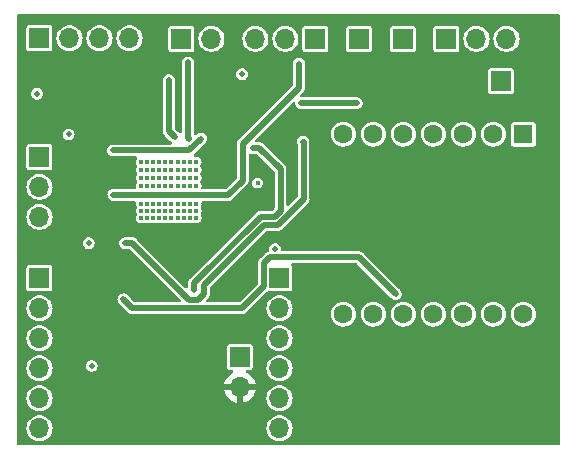
<source format=gbr>
%TF.GenerationSoftware,KiCad,Pcbnew,7.0.9*%
%TF.CreationDate,2024-04-08T13:50:44+02:00*%
%TF.ProjectId,Test_1,54657374-5f31-42e6-9b69-6361645f7063,rev?*%
%TF.SameCoordinates,Original*%
%TF.FileFunction,Copper,L3,Inr*%
%TF.FilePolarity,Positive*%
%FSLAX46Y46*%
G04 Gerber Fmt 4.6, Leading zero omitted, Abs format (unit mm)*
G04 Created by KiCad (PCBNEW 7.0.9) date 2024-04-08 13:50:44*
%MOMM*%
%LPD*%
G01*
G04 APERTURE LIST*
%TA.AperFunction,ComponentPad*%
%ADD10R,1.700000X1.700000*%
%TD*%
%TA.AperFunction,ComponentPad*%
%ADD11O,1.700000X1.700000*%
%TD*%
%TA.AperFunction,ComponentPad*%
%ADD12R,1.600000X1.600000*%
%TD*%
%TA.AperFunction,ComponentPad*%
%ADD13C,1.600000*%
%TD*%
%TA.AperFunction,ViaPad*%
%ADD14C,0.500000*%
%TD*%
%TA.AperFunction,ViaPad*%
%ADD15C,0.410000*%
%TD*%
%TA.AperFunction,Conductor*%
%ADD16C,0.500000*%
%TD*%
G04 APERTURE END LIST*
D10*
%TO.N,Net-(J6-Pin_1)*%
%TO.C,JP1*%
X113200000Y-121200000D03*
D11*
%TO.N,GND*%
X115740000Y-121200000D03*
X118280000Y-121200000D03*
%TD*%
D10*
%TO.N,Net-(J5-Pin_1)*%
%TO.C,JP2*%
X102100000Y-121200000D03*
D11*
%TO.N,Net-(D1-A1)*%
X99560000Y-121200000D03*
%TO.N,Net-(J1-Pin_4)*%
X97020000Y-121200000D03*
%TD*%
D10*
%TO.N,Net-(J6-Pin_1)*%
%TO.C,J6*%
X109500000Y-121200000D03*
%TD*%
%TO.N,GND*%
%TO.C,JP3*%
X78740000Y-131200000D03*
D11*
%TO.N,Net-(JP3-C)*%
X78740000Y-133740000D03*
%TO.N,/3.3V*%
X78740000Y-136280000D03*
%TD*%
D10*
%TO.N,Net-(J5-Pin_1)*%
%TO.C,J5*%
X105800000Y-121200000D03*
%TD*%
%TO.N,Net-(J2-Pin_1)*%
%TO.C,J2*%
X95700000Y-148125000D03*
D11*
%TO.N,/OUT+*%
X95700000Y-150665000D03*
%TD*%
D10*
%TO.N,Net-(J3-Pin_1)*%
%TO.C,J3*%
X90760000Y-121200000D03*
D11*
%TO.N,/3.3V*%
X93300000Y-121200000D03*
%TD*%
D12*
%TO.N,Net-(Q4-E)*%
%TO.C,U2*%
X119720000Y-129280000D03*
D13*
%TO.N,Net-(U2-PA4_A1_D1)*%
X117180000Y-129280000D03*
%TO.N,unconnected-(U2-PA10_A2_D2-Pad3)*%
X114640000Y-129280000D03*
%TO.N,unconnected-(U2-PA11_A3_D3-Pad4)*%
X112100000Y-129280000D03*
%TO.N,unconnected-(U2-PA8_A4_D4_SDA-Pad5)*%
X109560000Y-129280000D03*
%TO.N,unconnected-(U2-PA9_A5_D5_SCL-Pad6)*%
X107020000Y-129280000D03*
%TO.N,unconnected-(U2-PB08_A6_D6_TX-Pad7)*%
X104480000Y-129280000D03*
%TO.N,Net-(U1-NCS)*%
X104480000Y-144520000D03*
%TO.N,Net-(U1-SCK)*%
X107020000Y-144520000D03*
%TO.N,Net-(U1-SDO)*%
X109560000Y-144520000D03*
%TO.N,Net-(U1-SDI)*%
X112100000Y-144520000D03*
%TO.N,unconnected-(U2-3V3-Pad12)*%
X114640000Y-144520000D03*
%TO.N,GND*%
X117180000Y-144520000D03*
%TO.N,/3.3V*%
X119720000Y-144520000D03*
%TD*%
D10*
%TO.N,unconnected-(J1-Pin_1-Pad1)*%
%TO.C,J1*%
X78740000Y-121158000D03*
D11*
%TO.N,unconnected-(J1-Pin_2-Pad2)*%
X81280000Y-121158000D03*
%TO.N,GND*%
X83820000Y-121158000D03*
%TO.N,Net-(J1-Pin_4)*%
X86360000Y-121158000D03*
%TD*%
D10*
%TO.N,GND*%
%TO.C,J106*%
X99060000Y-141478000D03*
D11*
%TO.N,unconnected-(J106-Pin_2-Pad2)*%
X99060000Y-144018000D03*
%TO.N,unconnected-(J106-Pin_3-Pad3)*%
X99060000Y-146558000D03*
%TO.N,unconnected-(J106-Pin_4-Pad4)*%
X99060000Y-149098000D03*
%TO.N,unconnected-(J106-Pin_5-Pad5)*%
X99060000Y-151638000D03*
%TO.N,GND*%
X99060000Y-154178000D03*
%TD*%
D10*
%TO.N,/3.3V*%
%TO.C,J4*%
X117790000Y-124790000D03*
%TD*%
%TO.N,Net-(J105-Pin_1)*%
%TO.C,J105*%
X78740000Y-141478000D03*
D11*
%TO.N,unconnected-(J105-Pin_2-Pad2)*%
X78740000Y-144018000D03*
%TO.N,unconnected-(J105-Pin_3-Pad3)*%
X78740000Y-146558000D03*
%TO.N,unconnected-(J105-Pin_4-Pad4)*%
X78740000Y-149098000D03*
%TO.N,unconnected-(J105-Pin_5-Pad5)*%
X78740000Y-151638000D03*
%TO.N,Net-(J105-Pin_6)*%
X78740000Y-154178000D03*
%TD*%
D14*
%TO.N,Net-(Q3-G)*%
X86000000Y-138500000D03*
%TO.N,Net-(U1-SDO)*%
X108900000Y-142800000D03*
X85850000Y-143250000D03*
D15*
%TO.N,GND*%
X87850000Y-131650000D03*
X92000000Y-132300000D03*
X88850000Y-131650000D03*
X89350000Y-133650000D03*
X90450000Y-135150000D03*
X88850000Y-132300000D03*
X91000000Y-132300000D03*
X89350000Y-135150000D03*
X87850000Y-135150000D03*
X87350000Y-136350000D03*
X89350000Y-132950000D03*
X88350000Y-135750000D03*
X90450000Y-132950000D03*
X92000000Y-133650000D03*
X88350000Y-135150000D03*
X90450000Y-133650000D03*
X92000000Y-136350000D03*
X87350000Y-131650000D03*
D14*
X78550000Y-125850000D03*
D15*
X92000000Y-131650000D03*
D14*
X81200000Y-129300000D03*
D15*
X87850000Y-135750000D03*
X91000000Y-132950000D03*
X91500000Y-136350000D03*
X88350000Y-136350000D03*
X91500000Y-135150000D03*
X88350000Y-132950000D03*
D14*
X98700000Y-139000000D03*
D15*
X89900000Y-136350000D03*
X87850000Y-133650000D03*
D14*
X83150000Y-148900000D03*
D15*
X92000000Y-135150000D03*
X87850000Y-136350000D03*
X89350000Y-135750000D03*
X91500000Y-132950000D03*
X88850000Y-135150000D03*
X90450000Y-131650000D03*
X87350000Y-135750000D03*
X88850000Y-132950000D03*
X87350000Y-132300000D03*
X91000000Y-135750000D03*
X88850000Y-135750000D03*
X90450000Y-136350000D03*
X90450000Y-132300000D03*
X89900000Y-133650000D03*
X91500000Y-135750000D03*
X91000000Y-133650000D03*
X92000000Y-135750000D03*
D14*
X82900000Y-138500000D03*
X95900000Y-124200000D03*
D15*
X87850000Y-132300000D03*
X88850000Y-133650000D03*
X88850000Y-136350000D03*
X87850000Y-132950000D03*
X87350000Y-132950000D03*
X91000000Y-135150000D03*
X89900000Y-135750000D03*
X90450000Y-135750000D03*
X91500000Y-132300000D03*
X91500000Y-133650000D03*
X89900000Y-132950000D03*
X88350000Y-131650000D03*
X89350000Y-131650000D03*
X89900000Y-132300000D03*
X88350000Y-133650000D03*
X89900000Y-135150000D03*
X89900000Y-131650000D03*
X91500000Y-131650000D03*
X87350000Y-135150000D03*
X89350000Y-136350000D03*
X91000000Y-136350000D03*
X89350000Y-132300000D03*
X87350000Y-133650000D03*
X91000000Y-131650000D03*
X92000000Y-132950000D03*
X88350000Y-132300000D03*
D14*
%TO.N,Net-(Q3-G)*%
X101050000Y-129900000D03*
%TO.N,Net-(Q4-B)*%
X100900000Y-126650000D03*
X105600000Y-126650000D03*
D15*
%TO.N,Net-(U1-INT)*%
X97200000Y-133400000D03*
D14*
%TO.N,Net-(U1-SW0)*%
X90200000Y-129500000D03*
X89700000Y-124700000D03*
D15*
%TO.N,Net-(JP3-C)*%
X92400000Y-129650000D03*
D14*
X84950000Y-130650000D03*
%TO.N,Net-(J2-Pin_1)*%
X91800000Y-142450000D03*
X96800000Y-130450000D03*
%TO.N,Net-(D1-A1)*%
X85000000Y-134400000D03*
D15*
X94700000Y-134450000D03*
D14*
X100700000Y-123300000D03*
D15*
%TO.N,/OUT+*%
X94850000Y-141196000D03*
X94200000Y-137500000D03*
D14*
X78550000Y-128550000D03*
X84100000Y-125800000D03*
D15*
%TO.N,Net-(J3-Pin_1)*%
X91437198Y-129660558D03*
D14*
X91300000Y-123200000D03*
%TD*%
D16*
%TO.N,Net-(Q3-G)*%
X86600000Y-138500000D02*
X91400000Y-143300000D01*
X86000000Y-138500000D02*
X86600000Y-138500000D01*
X92152082Y-143300000D02*
X91400000Y-143300000D01*
X92650000Y-142050000D02*
X92650000Y-142802082D01*
X98942032Y-136950000D02*
X97750000Y-136950000D01*
X97750000Y-136950000D02*
X92650000Y-142050000D01*
X92650000Y-142802082D02*
X92152082Y-143300000D01*
X101050000Y-129900000D02*
X101100000Y-129950000D01*
X101100000Y-134792032D02*
X98942032Y-136950000D01*
X101100000Y-129950000D02*
X101100000Y-134792032D01*
%TO.N,Net-(U1-SDO)*%
X86600000Y-144000000D02*
X95900000Y-144000000D01*
X85850000Y-143250000D02*
X86600000Y-144000000D01*
X97760000Y-140178000D02*
X98238000Y-139700000D01*
X97760000Y-142140000D02*
X97760000Y-140178000D01*
X105800000Y-139700000D02*
X108900000Y-142800000D01*
X98238000Y-139700000D02*
X105800000Y-139700000D01*
X95900000Y-144000000D02*
X97760000Y-142140000D01*
%TO.N,Net-(Q4-B)*%
X100900000Y-126650000D02*
X105600000Y-126650000D01*
%TO.N,Net-(U1-SW0)*%
X89700000Y-124700000D02*
X89700000Y-129000000D01*
X89700000Y-129000000D02*
X90200000Y-129500000D01*
%TO.N,Net-(JP3-C)*%
X92400000Y-129687705D02*
X92400000Y-129650000D01*
X84950000Y-130650000D02*
X91437705Y-130650000D01*
X91437705Y-130650000D02*
X92400000Y-129687705D01*
%TO.N,Net-(J2-Pin_1)*%
X99150000Y-135752082D02*
X99150000Y-132250000D01*
X97460050Y-136250000D02*
X98652082Y-136250000D01*
X91800000Y-142450000D02*
X91800000Y-141910050D01*
X98652082Y-136250000D02*
X99150000Y-135752082D01*
X97350000Y-130450000D02*
X96800000Y-130450000D01*
X91800000Y-141910050D02*
X97460050Y-136250000D01*
X99150000Y-132250000D02*
X97350000Y-130450000D01*
%TO.N,Net-(D1-A1)*%
X100700000Y-123300000D02*
X100700000Y-125347918D01*
X85000000Y-134400000D02*
X85050000Y-134450000D01*
X95950000Y-130097918D02*
X95950000Y-133200000D01*
X95950000Y-133200000D02*
X94700000Y-134450000D01*
X85050000Y-134450000D02*
X94700000Y-134450000D01*
X100700000Y-125347918D02*
X95950000Y-130097918D01*
%TO.N,Net-(J3-Pin_1)*%
X91300000Y-123200000D02*
X91300000Y-129523360D01*
X91300000Y-129523360D02*
X91437198Y-129660558D01*
%TD*%
%TA.AperFunction,Conductor*%
%TO.N,/OUT+*%
G36*
X122732539Y-119119685D02*
G01*
X122778294Y-119172489D01*
X122789500Y-119224000D01*
X122789500Y-155475500D01*
X122769815Y-155542539D01*
X122717011Y-155588294D01*
X122665500Y-155599500D01*
X76934500Y-155599500D01*
X76867461Y-155579815D01*
X76821706Y-155527011D01*
X76810500Y-155475500D01*
X76810500Y-154178000D01*
X77634785Y-154178000D01*
X77653602Y-154381082D01*
X77709417Y-154577247D01*
X77709422Y-154577260D01*
X77800327Y-154759821D01*
X77923237Y-154922581D01*
X78073958Y-155059980D01*
X78073960Y-155059982D01*
X78173141Y-155121392D01*
X78247363Y-155167348D01*
X78437544Y-155241024D01*
X78638024Y-155278500D01*
X78638026Y-155278500D01*
X78841974Y-155278500D01*
X78841976Y-155278500D01*
X79042456Y-155241024D01*
X79232637Y-155167348D01*
X79406041Y-155059981D01*
X79556764Y-154922579D01*
X79679673Y-154759821D01*
X79770582Y-154577250D01*
X79826397Y-154381083D01*
X79845215Y-154178000D01*
X97954785Y-154178000D01*
X97973602Y-154381082D01*
X98029417Y-154577247D01*
X98029422Y-154577260D01*
X98120327Y-154759821D01*
X98243237Y-154922581D01*
X98393958Y-155059980D01*
X98393960Y-155059982D01*
X98493141Y-155121392D01*
X98567363Y-155167348D01*
X98757544Y-155241024D01*
X98958024Y-155278500D01*
X98958026Y-155278500D01*
X99161974Y-155278500D01*
X99161976Y-155278500D01*
X99362456Y-155241024D01*
X99552637Y-155167348D01*
X99726041Y-155059981D01*
X99876764Y-154922579D01*
X99999673Y-154759821D01*
X100090582Y-154577250D01*
X100146397Y-154381083D01*
X100165215Y-154178000D01*
X100146397Y-153974917D01*
X100090582Y-153778750D01*
X99999673Y-153596179D01*
X99876764Y-153433421D01*
X99876762Y-153433418D01*
X99726041Y-153296019D01*
X99726039Y-153296017D01*
X99552642Y-153188655D01*
X99552635Y-153188651D01*
X99457546Y-153151814D01*
X99362456Y-153114976D01*
X99161976Y-153077500D01*
X98958024Y-153077500D01*
X98757544Y-153114976D01*
X98757541Y-153114976D01*
X98757541Y-153114977D01*
X98567364Y-153188651D01*
X98567357Y-153188655D01*
X98393960Y-153296017D01*
X98393958Y-153296019D01*
X98243237Y-153433418D01*
X98120327Y-153596178D01*
X98029422Y-153778739D01*
X98029417Y-153778752D01*
X97973602Y-153974917D01*
X97954785Y-154177999D01*
X97954785Y-154178000D01*
X79845215Y-154178000D01*
X79826397Y-153974917D01*
X79770582Y-153778750D01*
X79679673Y-153596179D01*
X79556764Y-153433421D01*
X79556762Y-153433418D01*
X79406041Y-153296019D01*
X79406039Y-153296017D01*
X79232642Y-153188655D01*
X79232635Y-153188651D01*
X79137546Y-153151814D01*
X79042456Y-153114976D01*
X78841976Y-153077500D01*
X78638024Y-153077500D01*
X78437544Y-153114976D01*
X78437541Y-153114976D01*
X78437541Y-153114977D01*
X78247364Y-153188651D01*
X78247357Y-153188655D01*
X78073960Y-153296017D01*
X78073958Y-153296019D01*
X77923237Y-153433418D01*
X77800327Y-153596178D01*
X77709422Y-153778739D01*
X77709417Y-153778752D01*
X77653602Y-153974917D01*
X77634785Y-154177999D01*
X77634785Y-154178000D01*
X76810500Y-154178000D01*
X76810500Y-151638000D01*
X77634785Y-151638000D01*
X77653602Y-151841082D01*
X77709417Y-152037247D01*
X77709422Y-152037260D01*
X77800327Y-152219821D01*
X77923237Y-152382581D01*
X78073958Y-152519980D01*
X78073960Y-152519982D01*
X78173141Y-152581392D01*
X78247363Y-152627348D01*
X78437544Y-152701024D01*
X78638024Y-152738500D01*
X78638026Y-152738500D01*
X78841974Y-152738500D01*
X78841976Y-152738500D01*
X79042456Y-152701024D01*
X79232637Y-152627348D01*
X79406041Y-152519981D01*
X79556764Y-152382579D01*
X79679673Y-152219821D01*
X79770582Y-152037250D01*
X79826397Y-151841083D01*
X79845215Y-151638000D01*
X79826397Y-151434917D01*
X79770582Y-151238750D01*
X79679673Y-151056179D01*
X79573060Y-150915000D01*
X94369364Y-150915000D01*
X94426567Y-151128486D01*
X94426570Y-151128492D01*
X94526399Y-151342578D01*
X94661894Y-151536082D01*
X94828917Y-151703105D01*
X95022421Y-151838600D01*
X95236507Y-151938429D01*
X95236516Y-151938433D01*
X95450000Y-151995634D01*
X95450000Y-151100501D01*
X95557685Y-151149680D01*
X95664237Y-151165000D01*
X95735763Y-151165000D01*
X95842315Y-151149680D01*
X95950000Y-151100501D01*
X95950000Y-151995633D01*
X96163483Y-151938433D01*
X96163492Y-151938429D01*
X96377578Y-151838600D01*
X96571082Y-151703105D01*
X96636187Y-151638000D01*
X97954785Y-151638000D01*
X97973602Y-151841082D01*
X98029417Y-152037247D01*
X98029422Y-152037260D01*
X98120327Y-152219821D01*
X98243237Y-152382581D01*
X98393958Y-152519980D01*
X98393960Y-152519982D01*
X98493141Y-152581392D01*
X98567363Y-152627348D01*
X98757544Y-152701024D01*
X98958024Y-152738500D01*
X98958026Y-152738500D01*
X99161974Y-152738500D01*
X99161976Y-152738500D01*
X99362456Y-152701024D01*
X99552637Y-152627348D01*
X99726041Y-152519981D01*
X99876764Y-152382579D01*
X99999673Y-152219821D01*
X100090582Y-152037250D01*
X100146397Y-151841083D01*
X100165215Y-151638000D01*
X100146397Y-151434917D01*
X100090582Y-151238750D01*
X99999673Y-151056179D01*
X99876764Y-150893421D01*
X99876762Y-150893418D01*
X99726041Y-150756019D01*
X99726039Y-150756017D01*
X99552642Y-150648655D01*
X99552635Y-150648651D01*
X99409268Y-150593111D01*
X99362456Y-150574976D01*
X99161976Y-150537500D01*
X98958024Y-150537500D01*
X98757544Y-150574976D01*
X98757541Y-150574976D01*
X98757541Y-150574977D01*
X98567364Y-150648651D01*
X98567357Y-150648655D01*
X98393960Y-150756017D01*
X98393958Y-150756019D01*
X98243237Y-150893418D01*
X98120327Y-151056178D01*
X98029422Y-151238739D01*
X98029417Y-151238752D01*
X97973602Y-151434917D01*
X97954785Y-151637999D01*
X97954785Y-151638000D01*
X96636187Y-151638000D01*
X96738105Y-151536082D01*
X96873600Y-151342578D01*
X96973429Y-151128492D01*
X96973432Y-151128486D01*
X97030636Y-150915000D01*
X96133686Y-150915000D01*
X96159493Y-150874844D01*
X96200000Y-150736889D01*
X96200000Y-150593111D01*
X96159493Y-150455156D01*
X96133686Y-150415000D01*
X97030636Y-150415000D01*
X97030635Y-150414999D01*
X96973432Y-150201513D01*
X96973429Y-150201507D01*
X96873600Y-149987422D01*
X96873599Y-149987420D01*
X96738113Y-149793926D01*
X96738108Y-149793920D01*
X96571082Y-149626894D01*
X96377578Y-149491399D01*
X96314277Y-149461882D01*
X96261838Y-149415710D01*
X96242686Y-149348516D01*
X96262902Y-149281635D01*
X96316067Y-149236300D01*
X96366682Y-149225500D01*
X96574676Y-149225500D01*
X96574677Y-149225499D01*
X96647740Y-149210966D01*
X96730601Y-149155601D01*
X96769088Y-149098000D01*
X97954785Y-149098000D01*
X97973602Y-149301082D01*
X98029417Y-149497247D01*
X98029422Y-149497260D01*
X98120327Y-149679821D01*
X98243237Y-149842581D01*
X98393958Y-149979980D01*
X98393960Y-149979982D01*
X98493141Y-150041392D01*
X98567363Y-150087348D01*
X98757544Y-150161024D01*
X98958024Y-150198500D01*
X98958026Y-150198500D01*
X99161974Y-150198500D01*
X99161976Y-150198500D01*
X99362456Y-150161024D01*
X99552637Y-150087348D01*
X99726041Y-149979981D01*
X99876764Y-149842579D01*
X99999673Y-149679821D01*
X100090582Y-149497250D01*
X100146397Y-149301083D01*
X100165215Y-149098000D01*
X100146397Y-148894917D01*
X100090582Y-148698750D01*
X99999673Y-148516179D01*
X99876764Y-148353421D01*
X99876762Y-148353418D01*
X99726041Y-148216019D01*
X99726039Y-148216017D01*
X99552642Y-148108655D01*
X99552635Y-148108651D01*
X99457546Y-148071814D01*
X99362456Y-148034976D01*
X99161976Y-147997500D01*
X98958024Y-147997500D01*
X98757544Y-148034976D01*
X98757541Y-148034976D01*
X98757541Y-148034977D01*
X98567364Y-148108651D01*
X98567357Y-148108655D01*
X98393960Y-148216017D01*
X98393958Y-148216019D01*
X98243237Y-148353418D01*
X98120327Y-148516178D01*
X98029422Y-148698739D01*
X98029417Y-148698752D01*
X97973602Y-148894917D01*
X97954785Y-149097999D01*
X97954785Y-149098000D01*
X96769088Y-149098000D01*
X96785966Y-149072740D01*
X96800500Y-148999674D01*
X96800500Y-147250326D01*
X96800500Y-147250323D01*
X96800499Y-147250321D01*
X96785967Y-147177264D01*
X96785966Y-147177260D01*
X96760950Y-147139821D01*
X96730601Y-147094399D01*
X96647740Y-147039034D01*
X96647739Y-147039033D01*
X96647735Y-147039032D01*
X96574677Y-147024500D01*
X96574674Y-147024500D01*
X94825326Y-147024500D01*
X94825323Y-147024500D01*
X94752264Y-147039032D01*
X94752260Y-147039033D01*
X94669399Y-147094399D01*
X94614033Y-147177260D01*
X94614032Y-147177264D01*
X94599500Y-147250321D01*
X94599500Y-148999678D01*
X94614032Y-149072735D01*
X94614033Y-149072739D01*
X94614034Y-149072740D01*
X94669399Y-149155601D01*
X94752260Y-149210966D01*
X94752264Y-149210967D01*
X94825321Y-149225499D01*
X94825324Y-149225500D01*
X95033318Y-149225500D01*
X95100357Y-149245185D01*
X95146112Y-149297989D01*
X95156056Y-149367147D01*
X95127031Y-149430703D01*
X95085723Y-149461882D01*
X95022422Y-149491399D01*
X95022420Y-149491400D01*
X94828926Y-149626886D01*
X94828920Y-149626891D01*
X94661891Y-149793920D01*
X94661886Y-149793926D01*
X94526400Y-149987420D01*
X94526399Y-149987422D01*
X94426570Y-150201507D01*
X94426567Y-150201513D01*
X94369364Y-150414999D01*
X94369364Y-150415000D01*
X95266314Y-150415000D01*
X95240507Y-150455156D01*
X95200000Y-150593111D01*
X95200000Y-150736889D01*
X95240507Y-150874844D01*
X95266314Y-150915000D01*
X94369364Y-150915000D01*
X79573060Y-150915000D01*
X79556764Y-150893421D01*
X79556762Y-150893418D01*
X79406041Y-150756019D01*
X79406039Y-150756017D01*
X79232642Y-150648655D01*
X79232635Y-150648651D01*
X79089268Y-150593111D01*
X79042456Y-150574976D01*
X78841976Y-150537500D01*
X78638024Y-150537500D01*
X78437544Y-150574976D01*
X78437541Y-150574976D01*
X78437541Y-150574977D01*
X78247364Y-150648651D01*
X78247357Y-150648655D01*
X78073960Y-150756017D01*
X78073958Y-150756019D01*
X77923237Y-150893418D01*
X77800327Y-151056178D01*
X77709422Y-151238739D01*
X77709417Y-151238752D01*
X77653602Y-151434917D01*
X77634785Y-151637999D01*
X77634785Y-151638000D01*
X76810500Y-151638000D01*
X76810500Y-149098000D01*
X77634785Y-149098000D01*
X77653602Y-149301082D01*
X77709417Y-149497247D01*
X77709422Y-149497260D01*
X77800327Y-149679821D01*
X77923237Y-149842581D01*
X78073958Y-149979980D01*
X78073960Y-149979982D01*
X78173141Y-150041392D01*
X78247363Y-150087348D01*
X78437544Y-150161024D01*
X78638024Y-150198500D01*
X78638026Y-150198500D01*
X78841974Y-150198500D01*
X78841976Y-150198500D01*
X79042456Y-150161024D01*
X79232637Y-150087348D01*
X79406041Y-149979981D01*
X79556764Y-149842579D01*
X79679673Y-149679821D01*
X79770582Y-149497250D01*
X79826397Y-149301083D01*
X79845215Y-149098000D01*
X79826868Y-148900000D01*
X82644353Y-148900000D01*
X82664834Y-149042456D01*
X82690200Y-149097999D01*
X82724623Y-149173373D01*
X82818872Y-149282143D01*
X82939947Y-149359953D01*
X82939950Y-149359954D01*
X82939949Y-149359954D01*
X83078036Y-149400499D01*
X83078038Y-149400500D01*
X83078039Y-149400500D01*
X83221962Y-149400500D01*
X83221962Y-149400499D01*
X83360053Y-149359953D01*
X83481128Y-149282143D01*
X83575377Y-149173373D01*
X83635165Y-149042457D01*
X83655647Y-148900000D01*
X83635165Y-148757543D01*
X83575377Y-148626627D01*
X83481128Y-148517857D01*
X83360053Y-148440047D01*
X83360051Y-148440046D01*
X83360049Y-148440045D01*
X83360050Y-148440045D01*
X83221963Y-148399500D01*
X83221961Y-148399500D01*
X83078039Y-148399500D01*
X83078036Y-148399500D01*
X82939949Y-148440045D01*
X82818873Y-148517856D01*
X82724623Y-148626626D01*
X82724622Y-148626628D01*
X82664834Y-148757543D01*
X82644353Y-148900000D01*
X79826868Y-148900000D01*
X79826397Y-148894917D01*
X79770582Y-148698750D01*
X79679673Y-148516179D01*
X79556764Y-148353421D01*
X79556762Y-148353418D01*
X79406041Y-148216019D01*
X79406039Y-148216017D01*
X79232642Y-148108655D01*
X79232635Y-148108651D01*
X79137546Y-148071814D01*
X79042456Y-148034976D01*
X78841976Y-147997500D01*
X78638024Y-147997500D01*
X78437544Y-148034976D01*
X78437541Y-148034976D01*
X78437541Y-148034977D01*
X78247364Y-148108651D01*
X78247357Y-148108655D01*
X78073960Y-148216017D01*
X78073958Y-148216019D01*
X77923237Y-148353418D01*
X77800327Y-148516178D01*
X77709422Y-148698739D01*
X77709417Y-148698752D01*
X77653602Y-148894917D01*
X77634785Y-149097999D01*
X77634785Y-149098000D01*
X76810500Y-149098000D01*
X76810500Y-146558000D01*
X77634785Y-146558000D01*
X77653602Y-146761082D01*
X77709417Y-146957247D01*
X77709422Y-146957260D01*
X77800327Y-147139821D01*
X77923237Y-147302581D01*
X78073958Y-147439980D01*
X78073960Y-147439982D01*
X78173141Y-147501392D01*
X78247363Y-147547348D01*
X78437544Y-147621024D01*
X78638024Y-147658500D01*
X78638026Y-147658500D01*
X78841974Y-147658500D01*
X78841976Y-147658500D01*
X79042456Y-147621024D01*
X79232637Y-147547348D01*
X79406041Y-147439981D01*
X79556764Y-147302579D01*
X79679673Y-147139821D01*
X79770582Y-146957250D01*
X79826397Y-146761083D01*
X79845215Y-146558000D01*
X97954785Y-146558000D01*
X97973602Y-146761082D01*
X98029417Y-146957247D01*
X98029422Y-146957260D01*
X98120327Y-147139821D01*
X98243237Y-147302581D01*
X98393958Y-147439980D01*
X98393960Y-147439982D01*
X98493141Y-147501392D01*
X98567363Y-147547348D01*
X98757544Y-147621024D01*
X98958024Y-147658500D01*
X98958026Y-147658500D01*
X99161974Y-147658500D01*
X99161976Y-147658500D01*
X99362456Y-147621024D01*
X99552637Y-147547348D01*
X99726041Y-147439981D01*
X99876764Y-147302579D01*
X99999673Y-147139821D01*
X100090582Y-146957250D01*
X100146397Y-146761083D01*
X100165215Y-146558000D01*
X100146397Y-146354917D01*
X100090582Y-146158750D01*
X99999673Y-145976179D01*
X99876764Y-145813421D01*
X99876762Y-145813418D01*
X99726041Y-145676019D01*
X99726039Y-145676017D01*
X99552642Y-145568655D01*
X99552635Y-145568651D01*
X99457546Y-145531814D01*
X99362456Y-145494976D01*
X99161976Y-145457500D01*
X98958024Y-145457500D01*
X98757544Y-145494976D01*
X98757541Y-145494976D01*
X98757541Y-145494977D01*
X98567364Y-145568651D01*
X98567357Y-145568655D01*
X98393960Y-145676017D01*
X98393958Y-145676019D01*
X98243237Y-145813418D01*
X98120327Y-145976178D01*
X98029422Y-146158739D01*
X98029417Y-146158752D01*
X97973602Y-146354917D01*
X97954785Y-146557999D01*
X97954785Y-146558000D01*
X79845215Y-146558000D01*
X79826397Y-146354917D01*
X79770582Y-146158750D01*
X79679673Y-145976179D01*
X79556764Y-145813421D01*
X79556762Y-145813418D01*
X79406041Y-145676019D01*
X79406039Y-145676017D01*
X79232642Y-145568655D01*
X79232635Y-145568651D01*
X79137546Y-145531814D01*
X79042456Y-145494976D01*
X78841976Y-145457500D01*
X78638024Y-145457500D01*
X78437544Y-145494976D01*
X78437541Y-145494976D01*
X78437541Y-145494977D01*
X78247364Y-145568651D01*
X78247357Y-145568655D01*
X78073960Y-145676017D01*
X78073958Y-145676019D01*
X77923237Y-145813418D01*
X77800327Y-145976178D01*
X77709422Y-146158739D01*
X77709417Y-146158752D01*
X77653602Y-146354917D01*
X77634785Y-146557999D01*
X77634785Y-146558000D01*
X76810500Y-146558000D01*
X76810500Y-144018000D01*
X77634785Y-144018000D01*
X77653602Y-144221082D01*
X77709417Y-144417247D01*
X77709422Y-144417260D01*
X77800327Y-144599821D01*
X77923237Y-144762581D01*
X78073958Y-144899980D01*
X78073960Y-144899982D01*
X78112680Y-144923956D01*
X78247363Y-145007348D01*
X78437544Y-145081024D01*
X78638024Y-145118500D01*
X78638026Y-145118500D01*
X78841974Y-145118500D01*
X78841976Y-145118500D01*
X79042456Y-145081024D01*
X79232637Y-145007348D01*
X79406041Y-144899981D01*
X79556764Y-144762579D01*
X79679673Y-144599821D01*
X79770582Y-144417250D01*
X79826397Y-144221083D01*
X79845215Y-144018000D01*
X79837389Y-143933547D01*
X79826397Y-143814917D01*
X79814638Y-143773589D01*
X79770582Y-143618750D01*
X79757731Y-143592942D01*
X79711203Y-143499500D01*
X79679673Y-143436179D01*
X79577851Y-143301345D01*
X79556762Y-143273418D01*
X79406041Y-143136019D01*
X79406039Y-143136017D01*
X79232642Y-143028655D01*
X79232635Y-143028651D01*
X79086413Y-142972005D01*
X79042456Y-142954976D01*
X78841976Y-142917500D01*
X78638024Y-142917500D01*
X78437544Y-142954976D01*
X78437541Y-142954976D01*
X78437541Y-142954977D01*
X78247364Y-143028651D01*
X78247357Y-143028655D01*
X78073960Y-143136017D01*
X78073958Y-143136019D01*
X77923237Y-143273418D01*
X77800327Y-143436178D01*
X77709422Y-143618739D01*
X77709417Y-143618752D01*
X77653602Y-143814917D01*
X77634785Y-144017999D01*
X77634785Y-144018000D01*
X76810500Y-144018000D01*
X76810500Y-142352678D01*
X77639500Y-142352678D01*
X77654032Y-142425735D01*
X77654033Y-142425739D01*
X77654034Y-142425740D01*
X77709399Y-142508601D01*
X77761084Y-142543135D01*
X77792260Y-142563966D01*
X77792264Y-142563967D01*
X77865321Y-142578499D01*
X77865324Y-142578500D01*
X77865326Y-142578500D01*
X79614676Y-142578500D01*
X79614677Y-142578499D01*
X79687740Y-142563966D01*
X79770601Y-142508601D01*
X79825966Y-142425740D01*
X79840500Y-142352674D01*
X79840500Y-140603326D01*
X79840500Y-140603323D01*
X79840499Y-140603321D01*
X79825967Y-140530264D01*
X79825966Y-140530260D01*
X79770601Y-140447399D01*
X79687740Y-140392034D01*
X79687739Y-140392033D01*
X79687735Y-140392032D01*
X79614677Y-140377500D01*
X79614674Y-140377500D01*
X77865326Y-140377500D01*
X77865323Y-140377500D01*
X77792264Y-140392032D01*
X77792260Y-140392033D01*
X77709399Y-140447399D01*
X77654033Y-140530260D01*
X77654032Y-140530264D01*
X77639500Y-140603321D01*
X77639500Y-142352678D01*
X76810500Y-142352678D01*
X76810500Y-138500000D01*
X82394353Y-138500000D01*
X82414834Y-138642456D01*
X82463283Y-138748543D01*
X82474623Y-138773373D01*
X82568872Y-138882143D01*
X82689947Y-138959953D01*
X82689950Y-138959954D01*
X82689949Y-138959954D01*
X82775805Y-138985163D01*
X82826336Y-139000000D01*
X82828036Y-139000499D01*
X82828038Y-139000500D01*
X82828039Y-139000500D01*
X82971962Y-139000500D01*
X82971962Y-139000499D01*
X83110053Y-138959953D01*
X83231128Y-138882143D01*
X83325377Y-138773373D01*
X83385165Y-138642457D01*
X83405647Y-138500000D01*
X83385165Y-138357543D01*
X83325377Y-138226627D01*
X83231128Y-138117857D01*
X83110053Y-138040047D01*
X83110051Y-138040046D01*
X83110049Y-138040045D01*
X83110050Y-138040045D01*
X82971963Y-137999500D01*
X82971961Y-137999500D01*
X82828039Y-137999500D01*
X82828036Y-137999500D01*
X82689949Y-138040045D01*
X82568873Y-138117856D01*
X82568872Y-138117856D01*
X82568872Y-138117857D01*
X82556716Y-138131886D01*
X82474623Y-138226626D01*
X82474622Y-138226628D01*
X82414834Y-138357543D01*
X82394353Y-138500000D01*
X76810500Y-138500000D01*
X76810500Y-136280000D01*
X77634785Y-136280000D01*
X77653602Y-136483082D01*
X77709417Y-136679247D01*
X77709422Y-136679260D01*
X77800327Y-136861821D01*
X77923237Y-137024581D01*
X78073958Y-137161980D01*
X78073960Y-137161982D01*
X78173141Y-137223392D01*
X78247363Y-137269348D01*
X78437544Y-137343024D01*
X78638024Y-137380500D01*
X78638026Y-137380500D01*
X78841974Y-137380500D01*
X78841976Y-137380500D01*
X79042456Y-137343024D01*
X79232637Y-137269348D01*
X79406041Y-137161981D01*
X79556764Y-137024579D01*
X79679673Y-136861821D01*
X79770582Y-136679250D01*
X79826397Y-136483083D01*
X79845215Y-136280000D01*
X79826397Y-136076917D01*
X79770582Y-135880750D01*
X79770032Y-135879646D01*
X79723594Y-135786384D01*
X79679673Y-135698179D01*
X79556764Y-135535421D01*
X79556762Y-135535418D01*
X79406041Y-135398019D01*
X79406039Y-135398017D01*
X79232642Y-135290655D01*
X79232635Y-135290651D01*
X79137546Y-135253814D01*
X79042456Y-135216976D01*
X78841976Y-135179500D01*
X78638024Y-135179500D01*
X78437544Y-135216976D01*
X78437541Y-135216976D01*
X78437541Y-135216977D01*
X78247364Y-135290651D01*
X78247357Y-135290655D01*
X78073960Y-135398017D01*
X78073958Y-135398019D01*
X77923237Y-135535418D01*
X77800327Y-135698178D01*
X77709422Y-135880739D01*
X77709417Y-135880752D01*
X77653602Y-136076917D01*
X77634785Y-136279999D01*
X77634785Y-136280000D01*
X76810500Y-136280000D01*
X76810500Y-133740000D01*
X77634785Y-133740000D01*
X77653602Y-133943082D01*
X77709417Y-134139247D01*
X77709422Y-134139260D01*
X77800327Y-134321821D01*
X77923237Y-134484581D01*
X77986725Y-134542457D01*
X78072923Y-134621037D01*
X78073958Y-134621980D01*
X78073960Y-134621982D01*
X78106822Y-134642329D01*
X78247363Y-134729348D01*
X78437544Y-134803024D01*
X78638024Y-134840500D01*
X78638026Y-134840500D01*
X78841974Y-134840500D01*
X78841976Y-134840500D01*
X79042456Y-134803024D01*
X79232637Y-134729348D01*
X79406041Y-134621981D01*
X79556764Y-134484579D01*
X79679673Y-134321821D01*
X79770582Y-134139250D01*
X79826397Y-133943083D01*
X79845215Y-133740000D01*
X79836875Y-133650000D01*
X79826397Y-133536917D01*
X79821684Y-133520352D01*
X79770582Y-133340750D01*
X79756262Y-133311992D01*
X79708299Y-133215669D01*
X79679673Y-133158179D01*
X79599653Y-133052215D01*
X79556762Y-132995418D01*
X79406041Y-132858019D01*
X79406039Y-132858017D01*
X79232642Y-132750655D01*
X79232635Y-132750651D01*
X79081328Y-132692035D01*
X79042456Y-132676976D01*
X78841976Y-132639500D01*
X78638024Y-132639500D01*
X78437544Y-132676976D01*
X78437541Y-132676976D01*
X78437541Y-132676977D01*
X78247364Y-132750651D01*
X78247357Y-132750655D01*
X78073960Y-132858017D01*
X78073958Y-132858019D01*
X77923237Y-132995418D01*
X77800327Y-133158178D01*
X77709422Y-133340739D01*
X77709417Y-133340752D01*
X77653602Y-133536917D01*
X77634785Y-133739999D01*
X77634785Y-133740000D01*
X76810500Y-133740000D01*
X76810500Y-132074678D01*
X77639500Y-132074678D01*
X77654032Y-132147735D01*
X77654033Y-132147739D01*
X77654034Y-132147740D01*
X77709399Y-132230601D01*
X77792260Y-132285966D01*
X77792264Y-132285967D01*
X77865321Y-132300499D01*
X77865324Y-132300500D01*
X77865326Y-132300500D01*
X79614676Y-132300500D01*
X79614677Y-132300499D01*
X79687740Y-132285966D01*
X79770601Y-132230601D01*
X79825966Y-132147740D01*
X79840500Y-132074674D01*
X79840500Y-130649999D01*
X84444353Y-130649999D01*
X84448238Y-130677020D01*
X84449500Y-130694667D01*
X84449500Y-130721964D01*
X84457188Y-130748148D01*
X84460949Y-130765432D01*
X84464835Y-130792457D01*
X84464835Y-130792459D01*
X84476172Y-130817282D01*
X84482355Y-130833858D01*
X84490046Y-130860051D01*
X84490047Y-130860053D01*
X84504806Y-130883019D01*
X84513282Y-130898541D01*
X84524623Y-130923373D01*
X84525016Y-130923826D01*
X84542496Y-130944000D01*
X84553095Y-130958160D01*
X84567853Y-130981123D01*
X84567857Y-130981128D01*
X84588488Y-130999006D01*
X84600992Y-131011510D01*
X84611548Y-131023691D01*
X84618872Y-131032143D01*
X84641844Y-131046905D01*
X84655996Y-131057500D01*
X84676627Y-131075377D01*
X84693135Y-131082916D01*
X84701451Y-131086714D01*
X84716978Y-131095192D01*
X84739947Y-131109953D01*
X84766136Y-131117643D01*
X84782713Y-131123826D01*
X84807538Y-131135163D01*
X84807539Y-131135163D01*
X84807543Y-131135165D01*
X84834564Y-131139050D01*
X84851846Y-131142809D01*
X84878039Y-131150500D01*
X84914201Y-131150500D01*
X86908585Y-131150500D01*
X86975624Y-131170185D01*
X87021379Y-131222989D01*
X87031323Y-131292147D01*
X87002298Y-131355701D01*
X86962869Y-131401206D01*
X86962866Y-131401209D01*
X86908457Y-131520351D01*
X86908456Y-131520352D01*
X86889816Y-131650000D01*
X86908456Y-131779647D01*
X86908457Y-131779648D01*
X86962866Y-131898790D01*
X86967664Y-131906255D01*
X86965009Y-131907961D01*
X86987565Y-131957364D01*
X86977616Y-132026521D01*
X86966873Y-132043236D01*
X86967664Y-132043745D01*
X86962866Y-132051209D01*
X86908457Y-132170351D01*
X86908456Y-132170352D01*
X86889816Y-132300000D01*
X86908456Y-132429647D01*
X86908457Y-132429648D01*
X86962866Y-132548790D01*
X86967664Y-132556255D01*
X86965009Y-132557961D01*
X86987565Y-132607364D01*
X86977616Y-132676521D01*
X86966873Y-132693236D01*
X86967664Y-132693745D01*
X86962866Y-132701209D01*
X86908457Y-132820351D01*
X86908456Y-132820352D01*
X86889816Y-132950000D01*
X86908456Y-133079647D01*
X86908457Y-133079648D01*
X86962866Y-133198790D01*
X86962871Y-133198798D01*
X86980202Y-133218799D01*
X87009226Y-133282355D01*
X86999281Y-133351514D01*
X86980202Y-133381201D01*
X86962871Y-133401201D01*
X86962866Y-133401209D01*
X86908457Y-133520351D01*
X86908456Y-133520352D01*
X86889816Y-133650000D01*
X86908456Y-133779647D01*
X86910954Y-133788151D01*
X86908033Y-133789008D01*
X86915814Y-133843157D01*
X86886784Y-133906710D01*
X86828003Y-133944480D01*
X86793078Y-133949500D01*
X85257727Y-133949500D01*
X85218996Y-133941073D01*
X85218564Y-133942546D01*
X85205428Y-133938689D01*
X85160279Y-133925432D01*
X85156095Y-133924040D01*
X85107483Y-133905909D01*
X85102671Y-133905564D01*
X85076589Y-133900858D01*
X85071964Y-133899500D01*
X85071961Y-133899500D01*
X85020094Y-133899500D01*
X85015671Y-133899342D01*
X84998083Y-133898084D01*
X84963929Y-133895641D01*
X84963925Y-133895641D01*
X84959215Y-133896666D01*
X84932857Y-133899500D01*
X84928039Y-133899500D01*
X84878276Y-133914109D01*
X84873991Y-133915203D01*
X84823302Y-133926231D01*
X84823289Y-133926236D01*
X84819057Y-133928547D01*
X84794576Y-133938687D01*
X84789947Y-133940047D01*
X84789944Y-133940048D01*
X84746311Y-133968088D01*
X84742507Y-133970345D01*
X84696973Y-133995211D01*
X84693559Y-133998625D01*
X84672938Y-134015243D01*
X84668876Y-134017854D01*
X84668867Y-134017861D01*
X84634899Y-134057062D01*
X84631883Y-134060301D01*
X84595210Y-134096973D01*
X84595207Y-134096979D01*
X84592889Y-134101223D01*
X84577788Y-134122973D01*
X84574624Y-134126625D01*
X84574618Y-134126634D01*
X84553071Y-134173815D01*
X84551090Y-134177773D01*
X84526233Y-134223296D01*
X84525208Y-134228009D01*
X84516839Y-134253155D01*
X84514834Y-134257544D01*
X84507451Y-134308892D01*
X84506665Y-134313246D01*
X84495641Y-134363927D01*
X84495985Y-134368743D01*
X84495039Y-134395221D01*
X84494353Y-134399994D01*
X84494353Y-134400002D01*
X84501734Y-134451345D01*
X84502207Y-134455744D01*
X84505909Y-134507486D01*
X84507593Y-134512000D01*
X84514148Y-134537682D01*
X84514834Y-134542455D01*
X84514835Y-134542457D01*
X84536383Y-134589642D01*
X84538071Y-134593716D01*
X84556203Y-134642329D01*
X84559096Y-134646194D01*
X84572617Y-134668983D01*
X84574619Y-134673367D01*
X84574622Y-134673371D01*
X84574623Y-134673373D01*
X84608598Y-134712583D01*
X84611362Y-134716013D01*
X84620775Y-134728588D01*
X84620788Y-134728603D01*
X84631880Y-134739695D01*
X84634896Y-134742934D01*
X84661686Y-134773850D01*
X84662552Y-134775007D01*
X84668330Y-134781674D01*
X84675033Y-134787480D01*
X84676166Y-134788328D01*
X84707064Y-134815101D01*
X84710290Y-134818104D01*
X84721407Y-134829221D01*
X84721412Y-134829224D01*
X84721417Y-134829229D01*
X84733979Y-134838633D01*
X84737427Y-134841411D01*
X84767947Y-134867856D01*
X84776627Y-134875377D01*
X84781010Y-134877379D01*
X84803807Y-134890905D01*
X84807669Y-134893796D01*
X84856295Y-134911932D01*
X84860351Y-134913612D01*
X84882457Y-134923708D01*
X84907540Y-134935164D01*
X84907541Y-134935164D01*
X84907543Y-134935165D01*
X84912312Y-134935850D01*
X84938002Y-134942407D01*
X84942517Y-134944091D01*
X84994258Y-134947791D01*
X84998657Y-134948264D01*
X85014201Y-134950500D01*
X85029906Y-134950500D01*
X85034328Y-134950657D01*
X85086073Y-134954359D01*
X85090785Y-134953334D01*
X85117143Y-134950500D01*
X86775396Y-134950500D01*
X86842435Y-134970185D01*
X86888190Y-135022989D01*
X86898134Y-135092147D01*
X86889816Y-135149999D01*
X86903216Y-135243202D01*
X86908457Y-135279649D01*
X86962730Y-135398489D01*
X86972673Y-135467647D01*
X86962730Y-135501509D01*
X86908457Y-135620351D01*
X86889816Y-135750000D01*
X86908457Y-135879649D01*
X86962730Y-135998489D01*
X86972673Y-136067647D01*
X86962730Y-136101509D01*
X86908457Y-136220351D01*
X86908456Y-136220353D01*
X86908456Y-136220355D01*
X86889816Y-136350000D01*
X86908456Y-136479647D01*
X86908457Y-136479649D01*
X86923701Y-136513030D01*
X86962866Y-136598790D01*
X86962868Y-136598792D01*
X86962869Y-136598794D01*
X87048644Y-136697784D01*
X87158833Y-136768598D01*
X87262881Y-136799149D01*
X87284508Y-136805500D01*
X87284509Y-136805500D01*
X87415492Y-136805500D01*
X87433943Y-136800081D01*
X87541167Y-136768598D01*
X87541175Y-136768592D01*
X87548488Y-136765254D01*
X87617647Y-136755310D01*
X87651512Y-136765254D01*
X87658827Y-136768594D01*
X87658833Y-136768598D01*
X87762881Y-136799149D01*
X87784508Y-136805500D01*
X87784509Y-136805500D01*
X87915492Y-136805500D01*
X87933943Y-136800081D01*
X88041167Y-136768598D01*
X88041175Y-136768592D01*
X88048488Y-136765254D01*
X88117647Y-136755310D01*
X88151512Y-136765254D01*
X88158827Y-136768594D01*
X88158833Y-136768598D01*
X88262881Y-136799149D01*
X88284508Y-136805500D01*
X88284509Y-136805500D01*
X88415492Y-136805500D01*
X88433943Y-136800081D01*
X88541167Y-136768598D01*
X88541175Y-136768592D01*
X88548488Y-136765254D01*
X88617647Y-136755310D01*
X88651512Y-136765254D01*
X88658827Y-136768594D01*
X88658833Y-136768598D01*
X88762881Y-136799149D01*
X88784508Y-136805500D01*
X88784509Y-136805500D01*
X88915492Y-136805500D01*
X88933943Y-136800081D01*
X89041167Y-136768598D01*
X89041175Y-136768592D01*
X89048488Y-136765254D01*
X89117647Y-136755310D01*
X89151512Y-136765254D01*
X89158827Y-136768594D01*
X89158833Y-136768598D01*
X89262881Y-136799149D01*
X89284508Y-136805500D01*
X89284509Y-136805500D01*
X89415492Y-136805500D01*
X89438740Y-136798673D01*
X89541167Y-136768598D01*
X89557960Y-136757805D01*
X89624997Y-136738120D01*
X89692034Y-136757802D01*
X89708833Y-136768598D01*
X89797606Y-136794664D01*
X89834508Y-136805500D01*
X89834509Y-136805500D01*
X89965492Y-136805500D01*
X89988740Y-136798673D01*
X90091167Y-136768598D01*
X90107960Y-136757805D01*
X90174997Y-136738120D01*
X90242034Y-136757802D01*
X90258833Y-136768598D01*
X90347606Y-136794664D01*
X90384508Y-136805500D01*
X90384509Y-136805500D01*
X90515492Y-136805500D01*
X90538740Y-136798673D01*
X90641167Y-136768598D01*
X90657960Y-136757805D01*
X90724997Y-136738120D01*
X90792034Y-136757802D01*
X90808833Y-136768598D01*
X90897606Y-136794664D01*
X90934508Y-136805500D01*
X90934509Y-136805500D01*
X91065492Y-136805500D01*
X91083943Y-136800081D01*
X91191167Y-136768598D01*
X91191175Y-136768592D01*
X91198488Y-136765254D01*
X91267647Y-136755310D01*
X91301512Y-136765254D01*
X91308827Y-136768594D01*
X91308833Y-136768598D01*
X91412881Y-136799149D01*
X91434508Y-136805500D01*
X91434509Y-136805500D01*
X91565492Y-136805500D01*
X91583943Y-136800081D01*
X91691167Y-136768598D01*
X91691175Y-136768592D01*
X91698488Y-136765254D01*
X91767647Y-136755310D01*
X91801512Y-136765254D01*
X91808827Y-136768594D01*
X91808833Y-136768598D01*
X91912881Y-136799149D01*
X91934508Y-136805500D01*
X91934509Y-136805500D01*
X92065492Y-136805500D01*
X92083943Y-136800081D01*
X92191167Y-136768598D01*
X92301356Y-136697784D01*
X92387131Y-136598794D01*
X92441543Y-136479649D01*
X92460184Y-136350000D01*
X92441543Y-136220351D01*
X92387269Y-136101509D01*
X92377326Y-136032353D01*
X92387270Y-135998489D01*
X92441543Y-135879649D01*
X92460184Y-135750000D01*
X92441543Y-135620351D01*
X92387269Y-135501509D01*
X92377326Y-135432353D01*
X92387270Y-135398489D01*
X92441543Y-135279649D01*
X92460184Y-135150000D01*
X92451866Y-135092147D01*
X92461810Y-135022988D01*
X92507565Y-134970184D01*
X92574604Y-134950500D01*
X94632857Y-134950500D01*
X94659215Y-134953334D01*
X94663927Y-134954359D01*
X94715671Y-134950657D01*
X94720094Y-134950500D01*
X94735799Y-134950500D01*
X94751342Y-134948264D01*
X94755740Y-134947791D01*
X94807483Y-134944091D01*
X94811992Y-134942408D01*
X94837685Y-134935850D01*
X94842457Y-134935165D01*
X94889646Y-134913613D01*
X94893736Y-134911920D01*
X94926997Y-134899515D01*
X94942329Y-134893797D01*
X94942329Y-134893796D01*
X94942331Y-134893796D01*
X94946189Y-134890907D01*
X94968995Y-134877375D01*
X94973373Y-134875377D01*
X95012571Y-134841411D01*
X95016014Y-134838637D01*
X95018930Y-134836453D01*
X95028593Y-134829221D01*
X95039720Y-134818092D01*
X95042925Y-134815109D01*
X95081513Y-134781674D01*
X95082141Y-134781130D01*
X95082141Y-134781129D01*
X95082143Y-134781128D01*
X95084751Y-134777068D01*
X95101381Y-134756431D01*
X96256431Y-133601381D01*
X96277068Y-133584751D01*
X96281128Y-133582143D01*
X96315109Y-133542925D01*
X96318092Y-133539720D01*
X96329221Y-133528593D01*
X96338637Y-133516014D01*
X96341417Y-133512564D01*
X96375377Y-133473373D01*
X96377375Y-133468995D01*
X96390907Y-133446189D01*
X96393796Y-133442331D01*
X96409583Y-133400000D01*
X96739816Y-133400000D01*
X96758456Y-133529647D01*
X96758457Y-133529649D01*
X96773701Y-133563030D01*
X96812866Y-133648790D01*
X96812868Y-133648792D01*
X96812869Y-133648794D01*
X96898644Y-133747784D01*
X97008833Y-133818598D01*
X97112881Y-133849149D01*
X97134508Y-133855500D01*
X97134509Y-133855500D01*
X97265492Y-133855500D01*
X97283943Y-133850081D01*
X97391167Y-133818598D01*
X97501356Y-133747784D01*
X97587131Y-133648794D01*
X97641543Y-133529649D01*
X97660184Y-133400000D01*
X97641543Y-133270351D01*
X97592941Y-133163927D01*
X97587133Y-133151209D01*
X97587131Y-133151207D01*
X97587131Y-133151206D01*
X97501356Y-133052216D01*
X97391167Y-132981402D01*
X97302394Y-132955335D01*
X97265492Y-132944500D01*
X97265491Y-132944500D01*
X97134509Y-132944500D01*
X97134508Y-132944500D01*
X97082265Y-132959840D01*
X97008833Y-132981402D01*
X97008831Y-132981402D01*
X97008831Y-132981403D01*
X96898645Y-133052215D01*
X96812869Y-133151206D01*
X96812866Y-133151209D01*
X96758457Y-133270351D01*
X96758456Y-133270352D01*
X96739816Y-133400000D01*
X96409583Y-133400000D01*
X96411922Y-133393728D01*
X96413614Y-133389645D01*
X96435165Y-133342457D01*
X96435850Y-133337685D01*
X96442409Y-133311992D01*
X96444091Y-133307483D01*
X96447791Y-133255740D01*
X96448265Y-133251340D01*
X96450500Y-133235799D01*
X96450500Y-133220094D01*
X96450658Y-133215669D01*
X96454359Y-133163927D01*
X96453332Y-133159206D01*
X96450500Y-133132858D01*
X96450500Y-131034652D01*
X96470185Y-130967613D01*
X96522989Y-130921858D01*
X96592147Y-130911914D01*
X96609430Y-130915673D01*
X96616142Y-130917644D01*
X96632713Y-130923826D01*
X96657538Y-130935163D01*
X96657539Y-130935163D01*
X96657543Y-130935165D01*
X96684564Y-130939050D01*
X96701846Y-130942809D01*
X96728039Y-130950500D01*
X96764201Y-130950500D01*
X97091324Y-130950500D01*
X97158363Y-130970185D01*
X97179005Y-130986819D01*
X98613181Y-132420995D01*
X98646666Y-132482318D01*
X98649500Y-132508676D01*
X98649500Y-135493406D01*
X98629815Y-135560445D01*
X98613181Y-135581087D01*
X98481087Y-135713181D01*
X98419764Y-135746666D01*
X98393406Y-135749500D01*
X97527188Y-135749500D01*
X97500831Y-135746666D01*
X97496126Y-135745642D01*
X97496118Y-135745642D01*
X97451407Y-135748840D01*
X97444387Y-135749342D01*
X97439965Y-135749500D01*
X97424249Y-135749500D01*
X97408696Y-135751736D01*
X97404300Y-135752208D01*
X97352567Y-135755909D01*
X97352564Y-135755910D01*
X97348046Y-135757595D01*
X97322370Y-135764148D01*
X97317591Y-135764835D01*
X97270405Y-135786384D01*
X97266317Y-135788077D01*
X97217718Y-135806205D01*
X97217717Y-135806206D01*
X97213852Y-135809099D01*
X97191070Y-135822616D01*
X97186681Y-135824620D01*
X97186680Y-135824621D01*
X97186678Y-135824622D01*
X97186677Y-135824623D01*
X97172244Y-135837128D01*
X97147467Y-135858597D01*
X97144023Y-135861372D01*
X97131456Y-135870780D01*
X97131453Y-135870783D01*
X97120340Y-135881893D01*
X97117106Y-135884904D01*
X97077912Y-135918866D01*
X97077904Y-135918876D01*
X97075293Y-135922938D01*
X97058666Y-135943568D01*
X91493568Y-141508666D01*
X91472938Y-141525293D01*
X91468876Y-141527904D01*
X91468867Y-141527911D01*
X91434905Y-141567105D01*
X91431892Y-141570341D01*
X91420781Y-141581452D01*
X91411354Y-141594046D01*
X91408587Y-141597478D01*
X91395375Y-141612726D01*
X91374623Y-141636676D01*
X91374617Y-141636686D01*
X91372615Y-141641070D01*
X91359100Y-141663849D01*
X91356206Y-141667714D01*
X91356200Y-141667725D01*
X91338078Y-141716314D01*
X91336385Y-141720403D01*
X91314835Y-141767593D01*
X91314833Y-141767600D01*
X91314146Y-141772377D01*
X91307598Y-141798036D01*
X91305910Y-141802563D01*
X91305909Y-141802567D01*
X91302207Y-141854310D01*
X91301734Y-141858706D01*
X91299500Y-141874249D01*
X91299500Y-141889954D01*
X91299342Y-141894379D01*
X91295641Y-141946119D01*
X91295641Y-141946123D01*
X91296666Y-141950835D01*
X91299500Y-141977193D01*
X91299500Y-142192324D01*
X91279815Y-142259363D01*
X91227011Y-142305118D01*
X91157853Y-142315062D01*
X91094297Y-142286037D01*
X91087819Y-142280005D01*
X87001385Y-138193571D01*
X86984750Y-138172928D01*
X86982145Y-138168874D01*
X86982142Y-138168871D01*
X86954810Y-138145188D01*
X86942932Y-138134896D01*
X86939700Y-138131886D01*
X86928596Y-138120782D01*
X86928588Y-138120775D01*
X86916013Y-138111362D01*
X86912583Y-138108598D01*
X86873373Y-138074623D01*
X86873371Y-138074622D01*
X86873367Y-138074619D01*
X86868983Y-138072617D01*
X86846194Y-138059096D01*
X86842331Y-138056204D01*
X86842329Y-138056203D01*
X86793716Y-138038071D01*
X86789642Y-138036383D01*
X86742457Y-138014835D01*
X86742455Y-138014834D01*
X86737682Y-138014148D01*
X86712000Y-138007593D01*
X86707485Y-138005909D01*
X86655740Y-138002207D01*
X86651343Y-138001734D01*
X86635799Y-137999500D01*
X86620094Y-137999500D01*
X86615671Y-137999342D01*
X86598083Y-137998084D01*
X86563929Y-137995641D01*
X86563925Y-137995641D01*
X86559215Y-137996666D01*
X86532857Y-137999500D01*
X86071961Y-137999500D01*
X85928039Y-137999500D01*
X85928036Y-137999500D01*
X85928034Y-137999501D01*
X85901842Y-138007190D01*
X85884568Y-138010948D01*
X85857544Y-138014834D01*
X85857541Y-138014835D01*
X85832710Y-138026175D01*
X85816141Y-138032355D01*
X85803171Y-138036163D01*
X85789947Y-138040047D01*
X85789945Y-138040047D01*
X85789945Y-138040048D01*
X85766982Y-138054805D01*
X85751461Y-138063280D01*
X85726628Y-138074621D01*
X85726625Y-138074623D01*
X85706000Y-138092495D01*
X85691840Y-138103095D01*
X85668876Y-138117853D01*
X85668871Y-138117857D01*
X85650993Y-138138489D01*
X85638489Y-138150993D01*
X85617857Y-138168871D01*
X85617853Y-138168876D01*
X85603095Y-138191840D01*
X85592495Y-138206000D01*
X85574623Y-138226625D01*
X85574621Y-138226628D01*
X85563280Y-138251461D01*
X85554805Y-138266982D01*
X85540047Y-138289946D01*
X85532355Y-138316141D01*
X85526175Y-138332711D01*
X85514835Y-138357543D01*
X85510949Y-138384568D01*
X85507189Y-138401851D01*
X85499500Y-138428039D01*
X85499500Y-138455331D01*
X85498238Y-138472977D01*
X85494353Y-138499999D01*
X85498238Y-138527020D01*
X85499500Y-138544667D01*
X85499500Y-138571964D01*
X85507188Y-138598148D01*
X85510949Y-138615432D01*
X85514835Y-138642457D01*
X85514835Y-138642459D01*
X85526172Y-138667282D01*
X85532355Y-138683858D01*
X85540047Y-138710053D01*
X85550697Y-138726626D01*
X85554806Y-138733019D01*
X85563282Y-138748541D01*
X85574623Y-138773373D01*
X85586437Y-138787007D01*
X85592496Y-138794000D01*
X85603095Y-138808160D01*
X85617853Y-138831123D01*
X85617857Y-138831128D01*
X85638488Y-138849006D01*
X85650992Y-138861510D01*
X85668871Y-138882142D01*
X85668872Y-138882143D01*
X85691844Y-138896905D01*
X85705996Y-138907500D01*
X85726627Y-138925377D01*
X85749899Y-138936005D01*
X85751451Y-138936714D01*
X85766978Y-138945192D01*
X85789947Y-138959953D01*
X85816136Y-138967643D01*
X85832713Y-138973826D01*
X85857538Y-138985163D01*
X85857539Y-138985163D01*
X85857543Y-138985165D01*
X85884564Y-138989050D01*
X85901846Y-138992809D01*
X85928039Y-139000500D01*
X85964201Y-139000500D01*
X86341324Y-139000500D01*
X86408363Y-139020185D01*
X86429005Y-139036819D01*
X90680005Y-143287819D01*
X90713490Y-143349142D01*
X90708506Y-143418834D01*
X90666634Y-143474767D01*
X90601170Y-143499184D01*
X90592324Y-143499500D01*
X86858676Y-143499500D01*
X86791637Y-143479815D01*
X86770995Y-143463181D01*
X86494644Y-143186830D01*
X86218097Y-142910283D01*
X86215099Y-142907062D01*
X86181128Y-142867857D01*
X86151203Y-142848625D01*
X86137490Y-142839812D01*
X86133853Y-142837287D01*
X86132231Y-142836073D01*
X86092331Y-142806204D01*
X86092329Y-142806203D01*
X86087804Y-142804515D01*
X86064112Y-142792655D01*
X86060056Y-142790049D01*
X86060053Y-142790047D01*
X86010270Y-142775429D01*
X86006095Y-142774040D01*
X85957483Y-142755909D01*
X85952671Y-142755564D01*
X85926589Y-142750858D01*
X85921964Y-142749500D01*
X85921961Y-142749500D01*
X85870094Y-142749500D01*
X85865671Y-142749342D01*
X85848083Y-142748084D01*
X85813929Y-142745641D01*
X85813925Y-142745641D01*
X85809215Y-142746666D01*
X85782857Y-142749500D01*
X85778039Y-142749500D01*
X85728276Y-142764109D01*
X85723991Y-142765203D01*
X85673302Y-142776231D01*
X85673289Y-142776236D01*
X85669057Y-142778547D01*
X85644576Y-142788687D01*
X85639947Y-142790047D01*
X85639944Y-142790048D01*
X85596311Y-142818088D01*
X85592507Y-142820345D01*
X85546973Y-142845211D01*
X85543559Y-142848625D01*
X85522938Y-142865243D01*
X85518876Y-142867854D01*
X85518867Y-142867861D01*
X85484899Y-142907062D01*
X85481883Y-142910301D01*
X85445210Y-142946973D01*
X85445207Y-142946979D01*
X85442889Y-142951223D01*
X85427788Y-142972973D01*
X85424624Y-142976625D01*
X85424618Y-142976634D01*
X85403071Y-143023815D01*
X85401090Y-143027773D01*
X85376233Y-143073296D01*
X85375208Y-143078009D01*
X85366839Y-143103155D01*
X85364834Y-143107544D01*
X85357451Y-143158892D01*
X85356665Y-143163246D01*
X85345641Y-143213927D01*
X85345985Y-143218743D01*
X85345039Y-143245221D01*
X85344353Y-143249994D01*
X85344353Y-143250002D01*
X85351734Y-143301345D01*
X85352207Y-143305744D01*
X85355909Y-143357486D01*
X85357593Y-143362000D01*
X85364148Y-143387682D01*
X85364834Y-143392455D01*
X85364835Y-143392457D01*
X85386383Y-143439642D01*
X85388071Y-143443716D01*
X85406203Y-143492329D01*
X85409096Y-143496194D01*
X85422617Y-143518983D01*
X85424619Y-143523367D01*
X85424622Y-143523371D01*
X85424623Y-143523373D01*
X85458598Y-143562583D01*
X85461362Y-143566013D01*
X85470775Y-143578588D01*
X85470782Y-143578596D01*
X85481886Y-143589700D01*
X85484896Y-143592932D01*
X85507267Y-143618750D01*
X85518871Y-143632142D01*
X85518874Y-143632145D01*
X85522928Y-143634750D01*
X85543571Y-143651385D01*
X86198614Y-144306428D01*
X86215246Y-144327066D01*
X86217854Y-144331125D01*
X86217857Y-144331128D01*
X86257067Y-144365103D01*
X86260283Y-144368097D01*
X86271407Y-144379221D01*
X86271412Y-144379224D01*
X86271417Y-144379229D01*
X86283979Y-144388633D01*
X86287427Y-144391411D01*
X86317244Y-144417247D01*
X86326627Y-144425377D01*
X86331010Y-144427379D01*
X86353807Y-144440905D01*
X86357669Y-144443796D01*
X86406295Y-144461932D01*
X86410351Y-144463612D01*
X86432457Y-144473708D01*
X86457540Y-144485164D01*
X86457541Y-144485164D01*
X86457543Y-144485165D01*
X86462312Y-144485850D01*
X86488002Y-144492407D01*
X86492517Y-144494091D01*
X86544258Y-144497791D01*
X86548657Y-144498264D01*
X86564201Y-144500500D01*
X86579906Y-144500500D01*
X86584328Y-144500657D01*
X86636073Y-144504359D01*
X86640785Y-144503334D01*
X86667143Y-144500500D01*
X95832857Y-144500500D01*
X95859215Y-144503334D01*
X95863927Y-144504359D01*
X95915671Y-144500657D01*
X95920094Y-144500500D01*
X95935799Y-144500500D01*
X95951342Y-144498264D01*
X95955740Y-144497791D01*
X96007483Y-144494091D01*
X96011992Y-144492408D01*
X96037685Y-144485850D01*
X96042457Y-144485165D01*
X96089646Y-144463613D01*
X96093736Y-144461920D01*
X96122638Y-144451140D01*
X96142329Y-144443797D01*
X96142329Y-144443796D01*
X96142331Y-144443796D01*
X96146189Y-144440907D01*
X96168995Y-144427375D01*
X96173373Y-144425377D01*
X96212571Y-144391411D01*
X96216014Y-144388637D01*
X96218930Y-144386453D01*
X96228593Y-144379221D01*
X96239720Y-144368092D01*
X96242925Y-144365109D01*
X96282143Y-144331128D01*
X96284751Y-144327068D01*
X96301381Y-144306431D01*
X96589812Y-144018000D01*
X97954785Y-144018000D01*
X97973602Y-144221082D01*
X98029417Y-144417247D01*
X98029422Y-144417260D01*
X98120327Y-144599821D01*
X98243237Y-144762581D01*
X98393958Y-144899980D01*
X98393960Y-144899982D01*
X98432680Y-144923956D01*
X98567363Y-145007348D01*
X98757544Y-145081024D01*
X98958024Y-145118500D01*
X98958026Y-145118500D01*
X99161974Y-145118500D01*
X99161976Y-145118500D01*
X99362456Y-145081024D01*
X99552637Y-145007348D01*
X99726041Y-144899981D01*
X99876764Y-144762579D01*
X99999673Y-144599821D01*
X100039419Y-144520000D01*
X103424417Y-144520000D01*
X103444699Y-144725932D01*
X103474734Y-144824944D01*
X103504768Y-144923954D01*
X103602315Y-145106450D01*
X103602317Y-145106452D01*
X103733589Y-145266410D01*
X103830209Y-145345702D01*
X103893550Y-145397685D01*
X104076046Y-145495232D01*
X104274066Y-145555300D01*
X104274065Y-145555300D01*
X104292529Y-145557118D01*
X104480000Y-145575583D01*
X104685934Y-145555300D01*
X104883954Y-145495232D01*
X105066450Y-145397685D01*
X105226410Y-145266410D01*
X105357685Y-145106450D01*
X105455232Y-144923954D01*
X105515300Y-144725934D01*
X105535583Y-144520000D01*
X105964417Y-144520000D01*
X105984699Y-144725932D01*
X106014734Y-144824944D01*
X106044768Y-144923954D01*
X106142315Y-145106450D01*
X106142317Y-145106452D01*
X106273589Y-145266410D01*
X106370209Y-145345702D01*
X106433550Y-145397685D01*
X106616046Y-145495232D01*
X106814066Y-145555300D01*
X106814065Y-145555300D01*
X106832529Y-145557118D01*
X107020000Y-145575583D01*
X107225934Y-145555300D01*
X107423954Y-145495232D01*
X107606450Y-145397685D01*
X107766410Y-145266410D01*
X107897685Y-145106450D01*
X107995232Y-144923954D01*
X108055300Y-144725934D01*
X108075583Y-144520000D01*
X108504417Y-144520000D01*
X108524699Y-144725932D01*
X108554734Y-144824944D01*
X108584768Y-144923954D01*
X108682315Y-145106450D01*
X108682317Y-145106452D01*
X108813589Y-145266410D01*
X108910209Y-145345702D01*
X108973550Y-145397685D01*
X109156046Y-145495232D01*
X109354066Y-145555300D01*
X109354065Y-145555300D01*
X109372529Y-145557118D01*
X109560000Y-145575583D01*
X109765934Y-145555300D01*
X109963954Y-145495232D01*
X110146450Y-145397685D01*
X110306410Y-145266410D01*
X110437685Y-145106450D01*
X110535232Y-144923954D01*
X110595300Y-144725934D01*
X110615583Y-144520000D01*
X111044417Y-144520000D01*
X111064699Y-144725932D01*
X111094734Y-144824944D01*
X111124768Y-144923954D01*
X111222315Y-145106450D01*
X111222317Y-145106452D01*
X111353589Y-145266410D01*
X111450209Y-145345702D01*
X111513550Y-145397685D01*
X111696046Y-145495232D01*
X111894066Y-145555300D01*
X111894065Y-145555300D01*
X111912529Y-145557118D01*
X112100000Y-145575583D01*
X112305934Y-145555300D01*
X112503954Y-145495232D01*
X112686450Y-145397685D01*
X112846410Y-145266410D01*
X112977685Y-145106450D01*
X113075232Y-144923954D01*
X113135300Y-144725934D01*
X113155583Y-144520000D01*
X113584417Y-144520000D01*
X113604699Y-144725932D01*
X113634734Y-144824944D01*
X113664768Y-144923954D01*
X113762315Y-145106450D01*
X113762317Y-145106452D01*
X113893589Y-145266410D01*
X113990209Y-145345702D01*
X114053550Y-145397685D01*
X114236046Y-145495232D01*
X114434066Y-145555300D01*
X114434065Y-145555300D01*
X114452529Y-145557118D01*
X114640000Y-145575583D01*
X114845934Y-145555300D01*
X115043954Y-145495232D01*
X115226450Y-145397685D01*
X115386410Y-145266410D01*
X115517685Y-145106450D01*
X115615232Y-144923954D01*
X115675300Y-144725934D01*
X115695583Y-144520000D01*
X116124417Y-144520000D01*
X116144699Y-144725932D01*
X116174734Y-144824944D01*
X116204768Y-144923954D01*
X116302315Y-145106450D01*
X116302317Y-145106452D01*
X116433589Y-145266410D01*
X116530209Y-145345702D01*
X116593550Y-145397685D01*
X116776046Y-145495232D01*
X116974066Y-145555300D01*
X116974065Y-145555300D01*
X116992529Y-145557118D01*
X117180000Y-145575583D01*
X117385934Y-145555300D01*
X117583954Y-145495232D01*
X117766450Y-145397685D01*
X117926410Y-145266410D01*
X118057685Y-145106450D01*
X118155232Y-144923954D01*
X118215300Y-144725934D01*
X118235583Y-144520000D01*
X118664417Y-144520000D01*
X118684699Y-144725932D01*
X118714734Y-144824944D01*
X118744768Y-144923954D01*
X118842315Y-145106450D01*
X118842317Y-145106452D01*
X118973589Y-145266410D01*
X119070209Y-145345702D01*
X119133550Y-145397685D01*
X119316046Y-145495232D01*
X119514066Y-145555300D01*
X119514065Y-145555300D01*
X119532529Y-145557118D01*
X119720000Y-145575583D01*
X119925934Y-145555300D01*
X120123954Y-145495232D01*
X120306450Y-145397685D01*
X120466410Y-145266410D01*
X120597685Y-145106450D01*
X120695232Y-144923954D01*
X120755300Y-144725934D01*
X120775583Y-144520000D01*
X120755300Y-144314066D01*
X120695232Y-144116046D01*
X120597685Y-143933550D01*
X120500326Y-143814917D01*
X120466410Y-143773589D01*
X120306452Y-143642317D01*
X120306453Y-143642317D01*
X120306450Y-143642315D01*
X120123954Y-143544768D01*
X119925934Y-143484700D01*
X119925932Y-143484699D01*
X119925934Y-143484699D01*
X119720000Y-143464417D01*
X119514067Y-143484699D01*
X119316043Y-143544769D01*
X119205898Y-143603643D01*
X119133550Y-143642315D01*
X119133548Y-143642316D01*
X119133547Y-143642317D01*
X118973589Y-143773589D01*
X118842317Y-143933547D01*
X118744769Y-144116043D01*
X118684699Y-144314067D01*
X118664417Y-144520000D01*
X118235583Y-144520000D01*
X118215300Y-144314066D01*
X118155232Y-144116046D01*
X118057685Y-143933550D01*
X117960326Y-143814917D01*
X117926410Y-143773589D01*
X117766452Y-143642317D01*
X117766453Y-143642317D01*
X117766450Y-143642315D01*
X117583954Y-143544768D01*
X117385934Y-143484700D01*
X117385932Y-143484699D01*
X117385934Y-143484699D01*
X117180000Y-143464417D01*
X116974067Y-143484699D01*
X116776043Y-143544769D01*
X116665898Y-143603643D01*
X116593550Y-143642315D01*
X116593548Y-143642316D01*
X116593547Y-143642317D01*
X116433589Y-143773589D01*
X116302317Y-143933547D01*
X116204769Y-144116043D01*
X116144699Y-144314067D01*
X116124417Y-144520000D01*
X115695583Y-144520000D01*
X115675300Y-144314066D01*
X115615232Y-144116046D01*
X115517685Y-143933550D01*
X115420326Y-143814917D01*
X115386410Y-143773589D01*
X115226452Y-143642317D01*
X115226453Y-143642317D01*
X115226450Y-143642315D01*
X115043954Y-143544768D01*
X114845934Y-143484700D01*
X114845932Y-143484699D01*
X114845934Y-143484699D01*
X114640000Y-143464417D01*
X114434067Y-143484699D01*
X114236043Y-143544769D01*
X114125898Y-143603643D01*
X114053550Y-143642315D01*
X114053548Y-143642316D01*
X114053547Y-143642317D01*
X113893589Y-143773589D01*
X113762317Y-143933547D01*
X113664769Y-144116043D01*
X113604699Y-144314067D01*
X113584417Y-144520000D01*
X113155583Y-144520000D01*
X113135300Y-144314066D01*
X113075232Y-144116046D01*
X112977685Y-143933550D01*
X112880326Y-143814917D01*
X112846410Y-143773589D01*
X112686452Y-143642317D01*
X112686453Y-143642317D01*
X112686450Y-143642315D01*
X112503954Y-143544768D01*
X112305934Y-143484700D01*
X112305932Y-143484699D01*
X112305934Y-143484699D01*
X112100000Y-143464417D01*
X111894067Y-143484699D01*
X111696043Y-143544769D01*
X111585898Y-143603643D01*
X111513550Y-143642315D01*
X111513548Y-143642316D01*
X111513547Y-143642317D01*
X111353589Y-143773589D01*
X111222317Y-143933547D01*
X111124769Y-144116043D01*
X111064699Y-144314067D01*
X111044417Y-144520000D01*
X110615583Y-144520000D01*
X110595300Y-144314066D01*
X110535232Y-144116046D01*
X110437685Y-143933550D01*
X110340326Y-143814917D01*
X110306410Y-143773589D01*
X110146452Y-143642317D01*
X110146453Y-143642317D01*
X110146450Y-143642315D01*
X109963954Y-143544768D01*
X109765934Y-143484700D01*
X109765932Y-143484699D01*
X109765934Y-143484699D01*
X109560000Y-143464417D01*
X109354067Y-143484699D01*
X109156043Y-143544769D01*
X109045898Y-143603643D01*
X108973550Y-143642315D01*
X108973548Y-143642316D01*
X108973547Y-143642317D01*
X108813589Y-143773589D01*
X108682317Y-143933547D01*
X108584769Y-144116043D01*
X108524699Y-144314067D01*
X108504417Y-144520000D01*
X108075583Y-144520000D01*
X108055300Y-144314066D01*
X107995232Y-144116046D01*
X107897685Y-143933550D01*
X107800326Y-143814917D01*
X107766410Y-143773589D01*
X107606452Y-143642317D01*
X107606453Y-143642317D01*
X107606450Y-143642315D01*
X107423954Y-143544768D01*
X107225934Y-143484700D01*
X107225932Y-143484699D01*
X107225934Y-143484699D01*
X107020000Y-143464417D01*
X106814067Y-143484699D01*
X106616043Y-143544769D01*
X106505898Y-143603643D01*
X106433550Y-143642315D01*
X106433548Y-143642316D01*
X106433547Y-143642317D01*
X106273589Y-143773589D01*
X106142317Y-143933547D01*
X106044769Y-144116043D01*
X105984699Y-144314067D01*
X105964417Y-144520000D01*
X105535583Y-144520000D01*
X105515300Y-144314066D01*
X105455232Y-144116046D01*
X105357685Y-143933550D01*
X105260326Y-143814917D01*
X105226410Y-143773589D01*
X105066452Y-143642317D01*
X105066453Y-143642317D01*
X105066450Y-143642315D01*
X104883954Y-143544768D01*
X104685934Y-143484700D01*
X104685932Y-143484699D01*
X104685934Y-143484699D01*
X104480000Y-143464417D01*
X104274067Y-143484699D01*
X104076043Y-143544769D01*
X103965898Y-143603643D01*
X103893550Y-143642315D01*
X103893548Y-143642316D01*
X103893547Y-143642317D01*
X103733589Y-143773589D01*
X103602317Y-143933547D01*
X103504769Y-144116043D01*
X103444699Y-144314067D01*
X103424417Y-144520000D01*
X100039419Y-144520000D01*
X100090582Y-144417250D01*
X100146397Y-144221083D01*
X100165215Y-144018000D01*
X100157389Y-143933547D01*
X100146397Y-143814917D01*
X100134638Y-143773589D01*
X100090582Y-143618750D01*
X100077731Y-143592942D01*
X100031203Y-143499500D01*
X99999673Y-143436179D01*
X99897851Y-143301345D01*
X99876762Y-143273418D01*
X99726041Y-143136019D01*
X99726039Y-143136017D01*
X99552642Y-143028655D01*
X99552635Y-143028651D01*
X99406413Y-142972005D01*
X99362456Y-142954976D01*
X99161976Y-142917500D01*
X98958024Y-142917500D01*
X98757544Y-142954976D01*
X98757541Y-142954976D01*
X98757541Y-142954977D01*
X98567364Y-143028651D01*
X98567357Y-143028655D01*
X98393960Y-143136017D01*
X98393958Y-143136019D01*
X98243237Y-143273418D01*
X98120327Y-143436178D01*
X98029422Y-143618739D01*
X98029417Y-143618752D01*
X97973602Y-143814917D01*
X97954785Y-144017999D01*
X97954785Y-144018000D01*
X96589812Y-144018000D01*
X98008331Y-142599480D01*
X98069652Y-142565997D01*
X98120202Y-142565546D01*
X98185323Y-142578500D01*
X98185326Y-142578500D01*
X99934676Y-142578500D01*
X99934677Y-142578499D01*
X100007740Y-142563966D01*
X100090601Y-142508601D01*
X100145966Y-142425740D01*
X100160500Y-142352674D01*
X100160500Y-140603326D01*
X100160500Y-140603323D01*
X100160499Y-140603321D01*
X100145967Y-140530264D01*
X100145966Y-140530260D01*
X100090601Y-140447399D01*
X100090599Y-140447398D01*
X100090599Y-140447397D01*
X100060973Y-140427602D01*
X100016167Y-140373990D01*
X100007460Y-140304665D01*
X100037614Y-140241638D01*
X100097057Y-140204918D01*
X100129863Y-140200500D01*
X105541324Y-140200500D01*
X105608363Y-140220185D01*
X105629005Y-140236819D01*
X108531901Y-143139715D01*
X108534896Y-143142932D01*
X108536715Y-143145031D01*
X108568871Y-143182142D01*
X108568872Y-143182143D01*
X108612511Y-143210188D01*
X108616134Y-143212703D01*
X108657669Y-143243796D01*
X108662183Y-143245479D01*
X108685888Y-143257344D01*
X108689947Y-143259953D01*
X108739737Y-143274571D01*
X108743894Y-143275955D01*
X108792517Y-143294091D01*
X108797320Y-143294434D01*
X108823421Y-143299144D01*
X108824717Y-143299524D01*
X108828039Y-143300500D01*
X108879906Y-143300500D01*
X108884328Y-143300657D01*
X108936073Y-143304359D01*
X108940785Y-143303334D01*
X108967143Y-143300500D01*
X108971961Y-143300500D01*
X109021743Y-143285882D01*
X109026000Y-143284796D01*
X109076706Y-143273766D01*
X109080928Y-143271460D01*
X109105435Y-143261309D01*
X109106792Y-143260910D01*
X109110053Y-143259953D01*
X109153700Y-143231902D01*
X109157487Y-143229655D01*
X109203023Y-143204791D01*
X109206429Y-143201383D01*
X109227070Y-143184750D01*
X109231128Y-143182143D01*
X109265116Y-143142916D01*
X109268098Y-143139714D01*
X109304791Y-143103023D01*
X109307099Y-143098795D01*
X109322225Y-143077010D01*
X109323570Y-143075458D01*
X109325377Y-143073373D01*
X109346935Y-143026165D01*
X109348896Y-143022248D01*
X109373766Y-142976706D01*
X109374789Y-142972001D01*
X109383164Y-142946837D01*
X109385165Y-142942457D01*
X109392548Y-142891100D01*
X109393331Y-142886763D01*
X109404359Y-142836075D01*
X109404015Y-142831267D01*
X109404962Y-142804762D01*
X109405647Y-142800000D01*
X109398261Y-142748635D01*
X109397791Y-142744262D01*
X109394091Y-142692517D01*
X109392407Y-142688002D01*
X109385850Y-142662312D01*
X109385165Y-142657543D01*
X109363612Y-142610351D01*
X109361932Y-142606295D01*
X109343796Y-142557669D01*
X109340905Y-142553807D01*
X109327379Y-142531010D01*
X109325377Y-142526627D01*
X109317856Y-142517947D01*
X109291411Y-142487427D01*
X109288633Y-142483979D01*
X109279229Y-142471417D01*
X109279224Y-142471412D01*
X109279221Y-142471407D01*
X109268097Y-142460283D01*
X109265103Y-142457067D01*
X109231128Y-142417857D01*
X109231125Y-142417854D01*
X109227066Y-142415246D01*
X109206428Y-142398614D01*
X106201385Y-139393571D01*
X106184750Y-139372928D01*
X106182145Y-139368874D01*
X106182142Y-139368871D01*
X106175147Y-139362810D01*
X106142932Y-139334896D01*
X106139700Y-139331886D01*
X106128596Y-139320782D01*
X106128588Y-139320775D01*
X106116013Y-139311362D01*
X106112583Y-139308598D01*
X106073373Y-139274623D01*
X106073371Y-139274622D01*
X106073367Y-139274619D01*
X106068983Y-139272617D01*
X106046194Y-139259096D01*
X106042331Y-139256204D01*
X106042329Y-139256203D01*
X105993716Y-139238071D01*
X105989642Y-139236383D01*
X105942457Y-139214835D01*
X105942455Y-139214834D01*
X105937682Y-139214148D01*
X105912000Y-139207593D01*
X105907485Y-139205909D01*
X105855740Y-139202207D01*
X105851343Y-139201734D01*
X105835799Y-139199500D01*
X105820094Y-139199500D01*
X105815671Y-139199342D01*
X105797761Y-139198061D01*
X105763929Y-139195641D01*
X105763925Y-139195641D01*
X105759215Y-139196666D01*
X105732857Y-139199500D01*
X99320067Y-139199500D01*
X99253028Y-139179815D01*
X99207273Y-139127011D01*
X99197329Y-139057853D01*
X99200353Y-139036819D01*
X99205647Y-139000000D01*
X99185165Y-138857543D01*
X99125377Y-138726627D01*
X99031128Y-138617857D01*
X98910053Y-138540047D01*
X98910051Y-138540046D01*
X98910049Y-138540045D01*
X98910050Y-138540045D01*
X98771963Y-138499500D01*
X98771961Y-138499500D01*
X98628039Y-138499500D01*
X98628036Y-138499500D01*
X98489949Y-138540045D01*
X98368873Y-138617856D01*
X98274623Y-138726626D01*
X98274622Y-138726628D01*
X98214834Y-138857543D01*
X98194353Y-139000000D01*
X98204967Y-139073828D01*
X98195023Y-139142987D01*
X98149267Y-139195790D01*
X98099881Y-139214211D01*
X98095546Y-139214834D01*
X98095543Y-139214835D01*
X98048353Y-139236385D01*
X98044264Y-139238078D01*
X97995675Y-139256200D01*
X97995664Y-139256206D01*
X97991799Y-139259100D01*
X97969020Y-139272615D01*
X97964636Y-139274617D01*
X97964626Y-139274623D01*
X97940676Y-139295375D01*
X97925433Y-139308584D01*
X97921996Y-139311354D01*
X97909402Y-139320781D01*
X97898291Y-139331892D01*
X97895055Y-139334905D01*
X97855861Y-139368867D01*
X97855854Y-139368876D01*
X97853243Y-139372938D01*
X97836616Y-139393568D01*
X97453568Y-139776616D01*
X97432938Y-139793243D01*
X97428876Y-139795854D01*
X97428867Y-139795861D01*
X97394905Y-139835055D01*
X97391892Y-139838291D01*
X97380781Y-139849402D01*
X97371354Y-139861996D01*
X97368587Y-139865428D01*
X97355375Y-139880676D01*
X97334623Y-139904626D01*
X97334617Y-139904636D01*
X97332615Y-139909020D01*
X97319100Y-139931799D01*
X97316206Y-139935664D01*
X97316200Y-139935675D01*
X97298078Y-139984264D01*
X97296385Y-139988353D01*
X97274835Y-140035543D01*
X97274833Y-140035550D01*
X97274146Y-140040327D01*
X97267598Y-140065986D01*
X97265910Y-140070513D01*
X97265909Y-140070517D01*
X97262207Y-140122260D01*
X97261734Y-140126656D01*
X97259500Y-140142199D01*
X97259500Y-140157904D01*
X97259342Y-140162329D01*
X97255641Y-140214069D01*
X97255641Y-140214073D01*
X97256666Y-140218785D01*
X97259500Y-140245143D01*
X97259500Y-141881324D01*
X97239815Y-141948363D01*
X97223181Y-141969005D01*
X95729005Y-143463181D01*
X95667682Y-143496666D01*
X95641324Y-143499500D01*
X92959757Y-143499500D01*
X92892718Y-143479815D01*
X92846963Y-143427011D01*
X92837019Y-143357853D01*
X92866044Y-143294297D01*
X92872057Y-143287837D01*
X92956435Y-143203459D01*
X92977068Y-143186833D01*
X92981128Y-143184225D01*
X93015096Y-143145021D01*
X93018107Y-143141788D01*
X93020196Y-143139699D01*
X93029220Y-143130676D01*
X93038647Y-143118080D01*
X93041411Y-143114652D01*
X93047572Y-143107543D01*
X93074030Y-143077010D01*
X93075375Y-143075458D01*
X93075375Y-143075456D01*
X93075377Y-143075455D01*
X93077377Y-143071074D01*
X93090911Y-143048265D01*
X93093795Y-143044413D01*
X93111920Y-142995816D01*
X93113613Y-142991730D01*
X93126775Y-142962909D01*
X93135165Y-142944539D01*
X93135851Y-142939765D01*
X93142407Y-142914078D01*
X93144091Y-142909565D01*
X93144091Y-142909560D01*
X93144092Y-142909559D01*
X93145721Y-142886763D01*
X93147791Y-142857809D01*
X93148258Y-142853467D01*
X93150500Y-142837881D01*
X93150500Y-142822165D01*
X93150658Y-142817740D01*
X93153005Y-142784933D01*
X93154358Y-142766009D01*
X93153333Y-142761296D01*
X93150500Y-142734940D01*
X93150500Y-142308676D01*
X93170185Y-142241637D01*
X93186819Y-142220995D01*
X97920995Y-137486819D01*
X97982318Y-137453334D01*
X98008676Y-137450500D01*
X98874889Y-137450500D01*
X98901247Y-137453334D01*
X98905959Y-137454359D01*
X98957703Y-137450657D01*
X98962126Y-137450500D01*
X98977831Y-137450500D01*
X98993374Y-137448264D01*
X98997772Y-137447791D01*
X99049515Y-137444091D01*
X99054024Y-137442408D01*
X99079717Y-137435850D01*
X99084489Y-137435165D01*
X99131678Y-137413613D01*
X99135760Y-137411922D01*
X99164670Y-137401140D01*
X99184361Y-137393797D01*
X99184361Y-137393796D01*
X99184363Y-137393796D01*
X99188221Y-137390907D01*
X99211027Y-137377375D01*
X99215405Y-137375377D01*
X99254596Y-137341416D01*
X99258046Y-137338637D01*
X99260962Y-137336453D01*
X99270625Y-137329221D01*
X99281752Y-137318092D01*
X99284957Y-137315109D01*
X99324175Y-137281128D01*
X99326783Y-137277068D01*
X99343413Y-137256431D01*
X101406431Y-135193413D01*
X101427068Y-135176783D01*
X101431128Y-135174175D01*
X101465109Y-135134957D01*
X101468092Y-135131752D01*
X101479221Y-135120625D01*
X101488637Y-135108046D01*
X101491417Y-135104596D01*
X101502204Y-135092147D01*
X101525377Y-135065405D01*
X101527375Y-135061027D01*
X101540907Y-135038221D01*
X101543796Y-135034363D01*
X101548039Y-135022988D01*
X101561919Y-134985770D01*
X101563614Y-134981677D01*
X101585165Y-134934489D01*
X101585850Y-134929717D01*
X101592409Y-134904024D01*
X101594091Y-134899515D01*
X101597791Y-134847772D01*
X101598265Y-134843372D01*
X101600500Y-134827831D01*
X101600500Y-134812126D01*
X101600658Y-134807701D01*
X101604359Y-134755959D01*
X101603332Y-134751238D01*
X101600500Y-134724890D01*
X101600500Y-130017143D01*
X101603334Y-129990785D01*
X101604359Y-129986073D01*
X101600658Y-129934329D01*
X101600500Y-129929904D01*
X101600500Y-129914201D01*
X101598264Y-129898657D01*
X101597791Y-129894254D01*
X101596925Y-129882142D01*
X101594091Y-129842517D01*
X101592407Y-129838002D01*
X101585850Y-129812312D01*
X101585165Y-129807543D01*
X101581170Y-129798796D01*
X101569558Y-129773370D01*
X101563612Y-129760351D01*
X101561932Y-129756295D01*
X101543796Y-129707669D01*
X101540905Y-129703807D01*
X101527379Y-129681010D01*
X101525377Y-129676627D01*
X101510075Y-129658967D01*
X101491411Y-129637427D01*
X101488633Y-129633979D01*
X101479229Y-129621417D01*
X101479224Y-129621412D01*
X101479221Y-129621407D01*
X101468097Y-129610283D01*
X101465103Y-129607067D01*
X101431128Y-129567857D01*
X101431127Y-129567856D01*
X101431126Y-129567855D01*
X101431059Y-129567812D01*
X101404388Y-129544701D01*
X101381129Y-129517858D01*
X101381128Y-129517857D01*
X101351203Y-129498625D01*
X101337490Y-129489812D01*
X101333853Y-129487287D01*
X101292331Y-129456204D01*
X101292329Y-129456203D01*
X101287804Y-129454515D01*
X101264112Y-129442655D01*
X101260056Y-129440049D01*
X101260053Y-129440047D01*
X101210270Y-129425429D01*
X101206095Y-129424040D01*
X101157483Y-129405909D01*
X101152671Y-129405564D01*
X101126589Y-129400858D01*
X101121964Y-129399500D01*
X101121961Y-129399500D01*
X101070094Y-129399500D01*
X101065671Y-129399342D01*
X101048083Y-129398084D01*
X101013929Y-129395641D01*
X101013925Y-129395641D01*
X101009215Y-129396666D01*
X100982857Y-129399500D01*
X100978039Y-129399500D01*
X100928276Y-129414109D01*
X100923991Y-129415203D01*
X100873302Y-129426231D01*
X100873289Y-129426236D01*
X100869057Y-129428547D01*
X100844576Y-129438687D01*
X100839947Y-129440047D01*
X100839944Y-129440048D01*
X100796311Y-129468088D01*
X100792507Y-129470345D01*
X100746973Y-129495211D01*
X100743559Y-129498625D01*
X100722938Y-129515243D01*
X100718876Y-129517854D01*
X100718867Y-129517861D01*
X100684899Y-129557062D01*
X100681883Y-129560301D01*
X100645210Y-129596973D01*
X100645207Y-129596979D01*
X100642889Y-129601223D01*
X100627788Y-129622973D01*
X100624624Y-129626625D01*
X100624618Y-129626634D01*
X100603071Y-129673815D01*
X100601090Y-129677773D01*
X100580338Y-129715779D01*
X100576233Y-129723296D01*
X100575208Y-129728009D01*
X100566839Y-129753155D01*
X100564834Y-129757544D01*
X100557451Y-129808892D01*
X100556665Y-129813246D01*
X100545641Y-129863927D01*
X100545985Y-129868743D01*
X100545039Y-129895221D01*
X100544353Y-129899994D01*
X100544353Y-129900002D01*
X100551734Y-129951345D01*
X100552207Y-129955744D01*
X100555909Y-130007486D01*
X100557593Y-130012000D01*
X100564148Y-130037682D01*
X100564834Y-130042454D01*
X100564834Y-130042455D01*
X100564835Y-130042457D01*
X100576881Y-130068834D01*
X100586379Y-130089632D01*
X100588071Y-130093716D01*
X100591678Y-130103387D01*
X100599500Y-130146728D01*
X100599500Y-134533356D01*
X100579815Y-134600395D01*
X100563181Y-134621037D01*
X99862181Y-135322037D01*
X99800858Y-135355522D01*
X99731166Y-135350538D01*
X99675233Y-135308666D01*
X99650816Y-135243202D01*
X99650500Y-135234356D01*
X99650500Y-132317138D01*
X99653334Y-132290779D01*
X99654358Y-132286073D01*
X99650657Y-132234337D01*
X99650500Y-132229915D01*
X99650500Y-132214200D01*
X99648264Y-132198652D01*
X99647790Y-132194245D01*
X99644091Y-132142519D01*
X99644091Y-132142515D01*
X99642408Y-132138004D01*
X99635851Y-132112316D01*
X99635165Y-132107543D01*
X99613617Y-132060359D01*
X99611922Y-132056269D01*
X99600826Y-132026521D01*
X99593795Y-132007669D01*
X99590908Y-132003813D01*
X99577379Y-131981012D01*
X99575377Y-131976627D01*
X99541402Y-131937419D01*
X99538631Y-131933979D01*
X99529220Y-131921406D01*
X99529215Y-131921401D01*
X99529211Y-131921396D01*
X99518110Y-131910296D01*
X99515093Y-131907055D01*
X99481129Y-131867858D01*
X99481125Y-131867854D01*
X99477066Y-131865246D01*
X99456428Y-131848614D01*
X97751385Y-130143571D01*
X97734750Y-130122928D01*
X97732145Y-130118874D01*
X97732142Y-130118871D01*
X97715760Y-130104676D01*
X97692932Y-130084896D01*
X97689700Y-130081886D01*
X97678596Y-130070782D01*
X97678588Y-130070775D01*
X97672200Y-130065993D01*
X97666008Y-130061358D01*
X97662583Y-130058598D01*
X97623373Y-130024623D01*
X97623371Y-130024622D01*
X97623367Y-130024619D01*
X97618983Y-130022617D01*
X97596194Y-130009096D01*
X97592331Y-130006204D01*
X97592329Y-130006203D01*
X97543716Y-129988071D01*
X97539642Y-129986383D01*
X97492457Y-129964835D01*
X97492455Y-129964834D01*
X97487682Y-129964148D01*
X97462000Y-129957593D01*
X97457485Y-129955909D01*
X97405740Y-129952207D01*
X97401343Y-129951734D01*
X97385799Y-129949500D01*
X97370094Y-129949500D01*
X97365671Y-129949342D01*
X97348083Y-129948084D01*
X97313929Y-129945641D01*
X97313925Y-129945641D01*
X97309215Y-129946666D01*
X97282857Y-129949500D01*
X97105594Y-129949500D01*
X97038555Y-129929815D01*
X96992800Y-129877011D01*
X96982856Y-129807853D01*
X97011881Y-129744297D01*
X97017913Y-129737819D01*
X97475732Y-129280000D01*
X103424417Y-129280000D01*
X103444699Y-129485932D01*
X103466276Y-129557062D01*
X103504768Y-129683954D01*
X103602315Y-129866450D01*
X103615193Y-129882142D01*
X103733589Y-130026410D01*
X103813089Y-130091653D01*
X103893550Y-130157685D01*
X104076046Y-130255232D01*
X104274066Y-130315300D01*
X104274065Y-130315300D01*
X104292529Y-130317118D01*
X104480000Y-130335583D01*
X104685934Y-130315300D01*
X104883954Y-130255232D01*
X105066450Y-130157685D01*
X105226410Y-130026410D01*
X105357685Y-129866450D01*
X105455232Y-129683954D01*
X105515300Y-129485934D01*
X105535583Y-129280000D01*
X105964417Y-129280000D01*
X105984699Y-129485932D01*
X106006276Y-129557062D01*
X106044768Y-129683954D01*
X106142315Y-129866450D01*
X106155193Y-129882142D01*
X106273589Y-130026410D01*
X106353089Y-130091653D01*
X106433550Y-130157685D01*
X106616046Y-130255232D01*
X106814066Y-130315300D01*
X106814065Y-130315300D01*
X106832529Y-130317118D01*
X107020000Y-130335583D01*
X107225934Y-130315300D01*
X107423954Y-130255232D01*
X107606450Y-130157685D01*
X107766410Y-130026410D01*
X107897685Y-129866450D01*
X107995232Y-129683954D01*
X108055300Y-129485934D01*
X108075583Y-129280000D01*
X108504417Y-129280000D01*
X108524699Y-129485932D01*
X108546276Y-129557062D01*
X108584768Y-129683954D01*
X108682315Y-129866450D01*
X108695193Y-129882142D01*
X108813589Y-130026410D01*
X108893089Y-130091653D01*
X108973550Y-130157685D01*
X109156046Y-130255232D01*
X109354066Y-130315300D01*
X109354065Y-130315300D01*
X109372529Y-130317118D01*
X109560000Y-130335583D01*
X109765934Y-130315300D01*
X109963954Y-130255232D01*
X110146450Y-130157685D01*
X110306410Y-130026410D01*
X110437685Y-129866450D01*
X110535232Y-129683954D01*
X110595300Y-129485934D01*
X110615583Y-129280000D01*
X111044417Y-129280000D01*
X111064699Y-129485932D01*
X111086276Y-129557062D01*
X111124768Y-129683954D01*
X111222315Y-129866450D01*
X111235193Y-129882142D01*
X111353589Y-130026410D01*
X111433089Y-130091653D01*
X111513550Y-130157685D01*
X111696046Y-130255232D01*
X111894066Y-130315300D01*
X111894065Y-130315300D01*
X111912529Y-130317118D01*
X112100000Y-130335583D01*
X112305934Y-130315300D01*
X112503954Y-130255232D01*
X112686450Y-130157685D01*
X112846410Y-130026410D01*
X112977685Y-129866450D01*
X113075232Y-129683954D01*
X113135300Y-129485934D01*
X113155583Y-129280000D01*
X113584417Y-129280000D01*
X113604699Y-129485932D01*
X113626276Y-129557062D01*
X113664768Y-129683954D01*
X113762315Y-129866450D01*
X113775193Y-129882142D01*
X113893589Y-130026410D01*
X113973089Y-130091653D01*
X114053550Y-130157685D01*
X114236046Y-130255232D01*
X114434066Y-130315300D01*
X114434065Y-130315300D01*
X114452529Y-130317118D01*
X114640000Y-130335583D01*
X114845934Y-130315300D01*
X115043954Y-130255232D01*
X115226450Y-130157685D01*
X115386410Y-130026410D01*
X115517685Y-129866450D01*
X115615232Y-129683954D01*
X115675300Y-129485934D01*
X115695583Y-129280000D01*
X116124417Y-129280000D01*
X116144699Y-129485932D01*
X116166276Y-129557062D01*
X116204768Y-129683954D01*
X116302315Y-129866450D01*
X116315193Y-129882142D01*
X116433589Y-130026410D01*
X116513089Y-130091653D01*
X116593550Y-130157685D01*
X116776046Y-130255232D01*
X116974066Y-130315300D01*
X116974065Y-130315300D01*
X116992529Y-130317118D01*
X117180000Y-130335583D01*
X117385934Y-130315300D01*
X117583954Y-130255232D01*
X117766450Y-130157685D01*
X117831040Y-130104678D01*
X118669500Y-130104678D01*
X118684032Y-130177735D01*
X118684033Y-130177739D01*
X118692257Y-130190047D01*
X118739399Y-130260601D01*
X118799851Y-130300993D01*
X118822260Y-130315966D01*
X118822264Y-130315967D01*
X118895321Y-130330499D01*
X118895324Y-130330500D01*
X118895326Y-130330500D01*
X120544676Y-130330500D01*
X120544677Y-130330499D01*
X120617740Y-130315966D01*
X120700601Y-130260601D01*
X120755966Y-130177740D01*
X120770500Y-130104674D01*
X120770500Y-128455326D01*
X120770500Y-128455323D01*
X120770499Y-128455321D01*
X120755967Y-128382264D01*
X120755966Y-128382260D01*
X120700601Y-128299399D01*
X120618737Y-128244700D01*
X120617739Y-128244033D01*
X120617735Y-128244032D01*
X120544677Y-128229500D01*
X120544674Y-128229500D01*
X118895326Y-128229500D01*
X118895323Y-128229500D01*
X118822264Y-128244032D01*
X118822260Y-128244033D01*
X118739399Y-128299399D01*
X118684033Y-128382260D01*
X118684032Y-128382264D01*
X118669500Y-128455321D01*
X118669500Y-130104678D01*
X117831040Y-130104678D01*
X117926410Y-130026410D01*
X118057685Y-129866450D01*
X118155232Y-129683954D01*
X118215300Y-129485934D01*
X118235583Y-129280000D01*
X118215300Y-129074066D01*
X118155232Y-128876046D01*
X118057685Y-128693550D01*
X118005702Y-128630209D01*
X117926410Y-128533589D01*
X117766452Y-128402317D01*
X117766453Y-128402317D01*
X117766450Y-128402315D01*
X117583954Y-128304768D01*
X117385934Y-128244700D01*
X117385932Y-128244699D01*
X117385934Y-128244699D01*
X117180000Y-128224417D01*
X116974067Y-128244699D01*
X116776043Y-128304769D01*
X116665898Y-128363643D01*
X116593550Y-128402315D01*
X116593548Y-128402316D01*
X116593547Y-128402317D01*
X116433589Y-128533589D01*
X116302317Y-128693547D01*
X116204769Y-128876043D01*
X116144699Y-129074067D01*
X116124417Y-129280000D01*
X115695583Y-129280000D01*
X115675300Y-129074066D01*
X115615232Y-128876046D01*
X115517685Y-128693550D01*
X115465702Y-128630209D01*
X115386410Y-128533589D01*
X115226452Y-128402317D01*
X115226453Y-128402317D01*
X115226450Y-128402315D01*
X115043954Y-128304768D01*
X114845934Y-128244700D01*
X114845932Y-128244699D01*
X114845934Y-128244699D01*
X114640000Y-128224417D01*
X114434067Y-128244699D01*
X114236043Y-128304769D01*
X114125898Y-128363643D01*
X114053550Y-128402315D01*
X114053548Y-128402316D01*
X114053547Y-128402317D01*
X113893589Y-128533589D01*
X113762317Y-128693547D01*
X113664769Y-128876043D01*
X113604699Y-129074067D01*
X113584417Y-129280000D01*
X113155583Y-129280000D01*
X113135300Y-129074066D01*
X113075232Y-128876046D01*
X112977685Y-128693550D01*
X112925702Y-128630209D01*
X112846410Y-128533589D01*
X112686452Y-128402317D01*
X112686453Y-128402317D01*
X112686450Y-128402315D01*
X112503954Y-128304768D01*
X112305934Y-128244700D01*
X112305932Y-128244699D01*
X112305934Y-128244699D01*
X112100000Y-128224417D01*
X111894067Y-128244699D01*
X111696043Y-128304769D01*
X111585898Y-128363643D01*
X111513550Y-128402315D01*
X111513548Y-128402316D01*
X111513547Y-128402317D01*
X111353589Y-128533589D01*
X111222317Y-128693547D01*
X111124769Y-128876043D01*
X111064699Y-129074067D01*
X111044417Y-129280000D01*
X110615583Y-129280000D01*
X110595300Y-129074066D01*
X110535232Y-128876046D01*
X110437685Y-128693550D01*
X110385702Y-128630209D01*
X110306410Y-128533589D01*
X110146452Y-128402317D01*
X110146453Y-128402317D01*
X110146450Y-128402315D01*
X109963954Y-128304768D01*
X109765934Y-128244700D01*
X109765932Y-128244699D01*
X109765934Y-128244699D01*
X109560000Y-128224417D01*
X109354067Y-128244699D01*
X109156043Y-128304769D01*
X109045898Y-128363643D01*
X108973550Y-128402315D01*
X108973548Y-128402316D01*
X108973547Y-128402317D01*
X108813589Y-128533589D01*
X108682317Y-128693547D01*
X108584769Y-128876043D01*
X108524699Y-129074067D01*
X108504417Y-129280000D01*
X108075583Y-129280000D01*
X108055300Y-129074066D01*
X107995232Y-128876046D01*
X107897685Y-128693550D01*
X107845702Y-128630209D01*
X107766410Y-128533589D01*
X107606452Y-128402317D01*
X107606453Y-128402317D01*
X107606450Y-128402315D01*
X107423954Y-128304768D01*
X107225934Y-128244700D01*
X107225932Y-128244699D01*
X107225934Y-128244699D01*
X107020000Y-128224417D01*
X106814067Y-128244699D01*
X106616043Y-128304769D01*
X106505898Y-128363643D01*
X106433550Y-128402315D01*
X106433548Y-128402316D01*
X106433547Y-128402317D01*
X106273589Y-128533589D01*
X106142317Y-128693547D01*
X106044769Y-128876043D01*
X105984699Y-129074067D01*
X105964417Y-129280000D01*
X105535583Y-129280000D01*
X105515300Y-129074066D01*
X105455232Y-128876046D01*
X105357685Y-128693550D01*
X105305702Y-128630209D01*
X105226410Y-128533589D01*
X105066452Y-128402317D01*
X105066453Y-128402317D01*
X105066450Y-128402315D01*
X104883954Y-128304768D01*
X104685934Y-128244700D01*
X104685932Y-128244699D01*
X104685934Y-128244699D01*
X104480000Y-128224417D01*
X104274067Y-128244699D01*
X104076043Y-128304769D01*
X103965898Y-128363643D01*
X103893550Y-128402315D01*
X103893548Y-128402316D01*
X103893547Y-128402317D01*
X103733589Y-128533589D01*
X103602317Y-128693547D01*
X103504769Y-128876043D01*
X103444699Y-129074067D01*
X103424417Y-129280000D01*
X97475732Y-129280000D01*
X97796518Y-128959214D01*
X100182909Y-126572821D01*
X100244230Y-126539338D01*
X100313922Y-126544322D01*
X100369855Y-126586194D01*
X100393326Y-126642857D01*
X100398238Y-126677020D01*
X100399500Y-126694667D01*
X100399500Y-126721964D01*
X100407188Y-126748148D01*
X100410949Y-126765432D01*
X100414835Y-126792457D01*
X100414835Y-126792459D01*
X100426172Y-126817282D01*
X100432355Y-126833858D01*
X100440045Y-126860049D01*
X100440047Y-126860053D01*
X100454801Y-126883012D01*
X100454806Y-126883019D01*
X100463282Y-126898541D01*
X100474623Y-126923373D01*
X100486437Y-126937007D01*
X100492496Y-126944000D01*
X100503095Y-126958160D01*
X100517853Y-126981123D01*
X100517857Y-126981128D01*
X100538488Y-126999006D01*
X100550992Y-127011510D01*
X100568870Y-127032141D01*
X100568872Y-127032143D01*
X100591844Y-127046905D01*
X100605996Y-127057500D01*
X100626627Y-127075377D01*
X100649899Y-127086005D01*
X100651451Y-127086714D01*
X100666978Y-127095192D01*
X100689947Y-127109953D01*
X100716136Y-127117643D01*
X100732713Y-127123826D01*
X100757538Y-127135163D01*
X100757539Y-127135163D01*
X100757543Y-127135165D01*
X100784564Y-127139050D01*
X100801846Y-127142809D01*
X100828039Y-127150500D01*
X105671960Y-127150500D01*
X105671961Y-127150500D01*
X105698153Y-127142809D01*
X105715436Y-127139050D01*
X105719882Y-127138410D01*
X105742457Y-127135165D01*
X105767287Y-127123824D01*
X105783862Y-127117642D01*
X105810053Y-127109953D01*
X105833020Y-127095192D01*
X105848540Y-127086717D01*
X105873373Y-127075377D01*
X105894006Y-127057497D01*
X105908148Y-127046910D01*
X105931128Y-127032143D01*
X105949015Y-127011499D01*
X105961499Y-126999015D01*
X105982143Y-126981128D01*
X105996910Y-126958148D01*
X106007497Y-126944006D01*
X106025377Y-126923373D01*
X106036717Y-126898540D01*
X106045193Y-126883019D01*
X106059953Y-126860053D01*
X106067644Y-126833858D01*
X106073822Y-126817292D01*
X106085165Y-126792457D01*
X106089050Y-126765426D01*
X106092806Y-126748159D01*
X106100500Y-126721961D01*
X106100500Y-126694667D01*
X106101762Y-126677020D01*
X106105647Y-126649999D01*
X106101762Y-126622977D01*
X106100500Y-126605331D01*
X106100500Y-126578042D01*
X106100500Y-126578039D01*
X106092805Y-126551834D01*
X106089051Y-126534577D01*
X106085165Y-126507543D01*
X106073825Y-126482713D01*
X106067641Y-126466133D01*
X106059953Y-126439947D01*
X106045192Y-126416978D01*
X106036714Y-126401451D01*
X106036005Y-126399899D01*
X106025377Y-126376627D01*
X106007500Y-126355996D01*
X105996905Y-126341844D01*
X105982143Y-126318872D01*
X105982142Y-126318871D01*
X105961510Y-126300992D01*
X105949006Y-126288488D01*
X105931128Y-126267857D01*
X105931123Y-126267853D01*
X105908160Y-126253095D01*
X105894000Y-126242496D01*
X105882051Y-126232143D01*
X105873373Y-126224623D01*
X105848541Y-126213282D01*
X105833019Y-126204806D01*
X105810053Y-126190047D01*
X105810051Y-126190046D01*
X105783858Y-126182355D01*
X105767288Y-126176174D01*
X105742457Y-126164835D01*
X105715423Y-126160947D01*
X105698154Y-126157190D01*
X105671963Y-126149500D01*
X105671961Y-126149500D01*
X105635799Y-126149500D01*
X100971961Y-126149500D01*
X100905593Y-126149500D01*
X100838554Y-126129815D01*
X100792799Y-126077011D01*
X100782855Y-126007853D01*
X100811880Y-125944297D01*
X100817912Y-125937819D01*
X100905731Y-125850000D01*
X101006431Y-125749299D01*
X101027068Y-125732669D01*
X101031128Y-125730061D01*
X101065096Y-125690857D01*
X101068107Y-125687624D01*
X101079220Y-125676512D01*
X101088077Y-125664678D01*
X116689500Y-125664678D01*
X116704032Y-125737735D01*
X116704033Y-125737739D01*
X116722405Y-125765235D01*
X116759399Y-125820601D01*
X116842260Y-125875966D01*
X116842264Y-125875967D01*
X116915321Y-125890499D01*
X116915324Y-125890500D01*
X116915326Y-125890500D01*
X118664676Y-125890500D01*
X118664677Y-125890499D01*
X118737740Y-125875966D01*
X118820601Y-125820601D01*
X118875966Y-125737740D01*
X118890500Y-125664674D01*
X118890500Y-123915326D01*
X118890500Y-123915323D01*
X118890499Y-123915321D01*
X118875967Y-123842264D01*
X118875966Y-123842260D01*
X118820601Y-123759399D01*
X118737740Y-123704034D01*
X118737739Y-123704033D01*
X118737735Y-123704032D01*
X118664677Y-123689500D01*
X118664674Y-123689500D01*
X116915326Y-123689500D01*
X116915323Y-123689500D01*
X116842264Y-123704032D01*
X116842260Y-123704033D01*
X116759399Y-123759399D01*
X116704033Y-123842260D01*
X116704032Y-123842264D01*
X116689500Y-123915321D01*
X116689500Y-125664678D01*
X101088077Y-125664678D01*
X101088647Y-125663916D01*
X101091411Y-125660488D01*
X101125375Y-125621294D01*
X101125375Y-125621292D01*
X101125377Y-125621291D01*
X101127377Y-125616910D01*
X101140911Y-125594101D01*
X101143795Y-125590249D01*
X101161920Y-125541652D01*
X101163613Y-125537566D01*
X101167061Y-125530014D01*
X101185165Y-125490375D01*
X101185851Y-125485601D01*
X101192407Y-125459914D01*
X101194091Y-125455401D01*
X101194091Y-125455396D01*
X101194092Y-125455395D01*
X101195461Y-125436232D01*
X101197791Y-125403645D01*
X101198258Y-125399303D01*
X101200500Y-125383717D01*
X101200500Y-125368001D01*
X101200658Y-125363576D01*
X101204358Y-125311845D01*
X101204357Y-125311841D01*
X101203334Y-125307137D01*
X101200500Y-125280780D01*
X101200500Y-123344667D01*
X101201762Y-123327020D01*
X101205647Y-123300000D01*
X101185165Y-123157543D01*
X101125377Y-123026627D01*
X101031128Y-122917857D01*
X100910053Y-122840047D01*
X100910051Y-122840046D01*
X100910049Y-122840045D01*
X100910050Y-122840045D01*
X100771963Y-122799500D01*
X100771961Y-122799500D01*
X100628039Y-122799500D01*
X100628036Y-122799500D01*
X100489949Y-122840045D01*
X100368873Y-122917856D01*
X100274623Y-123026626D01*
X100274622Y-123026628D01*
X100214834Y-123157543D01*
X100194353Y-123300000D01*
X100198238Y-123327020D01*
X100199500Y-123344667D01*
X100199500Y-125089241D01*
X100179815Y-125156280D01*
X100163181Y-125176922D01*
X95643568Y-129696534D01*
X95622938Y-129713161D01*
X95618876Y-129715772D01*
X95618867Y-129715779D01*
X95584905Y-129754973D01*
X95581892Y-129758209D01*
X95570781Y-129769320D01*
X95561354Y-129781914D01*
X95558587Y-129785346D01*
X95548727Y-129796727D01*
X95524623Y-129824544D01*
X95524617Y-129824554D01*
X95522615Y-129828938D01*
X95509100Y-129851717D01*
X95506206Y-129855582D01*
X95506200Y-129855593D01*
X95488078Y-129904182D01*
X95486385Y-129908271D01*
X95464835Y-129955461D01*
X95464833Y-129955468D01*
X95464146Y-129960245D01*
X95457598Y-129985904D01*
X95455910Y-129990431D01*
X95455909Y-129990435D01*
X95452207Y-130042178D01*
X95451734Y-130046574D01*
X95449500Y-130062117D01*
X95449500Y-130077822D01*
X95449342Y-130082247D01*
X95445641Y-130133987D01*
X95445641Y-130133991D01*
X95446666Y-130138703D01*
X95449500Y-130165061D01*
X95449500Y-132941324D01*
X95429815Y-133008363D01*
X95413181Y-133029005D01*
X94529005Y-133913181D01*
X94467682Y-133946666D01*
X94441324Y-133949500D01*
X92556922Y-133949500D01*
X92489883Y-133929815D01*
X92444128Y-133877011D01*
X92434184Y-133807853D01*
X92439894Y-133788400D01*
X92439046Y-133788151D01*
X92441541Y-133779652D01*
X92441543Y-133779649D01*
X92460184Y-133650000D01*
X92441543Y-133520351D01*
X92405911Y-133442329D01*
X92387133Y-133401209D01*
X92387131Y-133401207D01*
X92387131Y-133401206D01*
X92369797Y-133381201D01*
X92340773Y-133317647D01*
X92350717Y-133248489D01*
X92369798Y-133218797D01*
X92387131Y-133198794D01*
X92441543Y-133079649D01*
X92460184Y-132950000D01*
X92441543Y-132820351D01*
X92408160Y-132747254D01*
X92387133Y-132701209D01*
X92382336Y-132693745D01*
X92384995Y-132692035D01*
X92362440Y-132642678D01*
X92372366Y-132573517D01*
X92383130Y-132556765D01*
X92382336Y-132556255D01*
X92387128Y-132548796D01*
X92387131Y-132548794D01*
X92441543Y-132429649D01*
X92460184Y-132300000D01*
X92441543Y-132170351D01*
X92408160Y-132097254D01*
X92387133Y-132051209D01*
X92382336Y-132043745D01*
X92384995Y-132042035D01*
X92362440Y-131992678D01*
X92372366Y-131923517D01*
X92383130Y-131906765D01*
X92382336Y-131906255D01*
X92387128Y-131898796D01*
X92387131Y-131898794D01*
X92441543Y-131779649D01*
X92460184Y-131650000D01*
X92441543Y-131520351D01*
X92408160Y-131447254D01*
X92387133Y-131401209D01*
X92387131Y-131401207D01*
X92387131Y-131401206D01*
X92301356Y-131302216D01*
X92191167Y-131231402D01*
X92102394Y-131205335D01*
X92065492Y-131194500D01*
X92065491Y-131194500D01*
X91934509Y-131194500D01*
X91934506Y-131194500D01*
X91925728Y-131195762D01*
X91925502Y-131194194D01*
X91865670Y-131194188D01*
X91806896Y-131156407D01*
X91777878Y-131092848D01*
X91787829Y-131023691D01*
X91814424Y-130988172D01*
X91814036Y-130987836D01*
X91818754Y-130982389D01*
X91819425Y-130981494D01*
X91819848Y-130981128D01*
X91822456Y-130977068D01*
X91839086Y-130956431D01*
X92706431Y-130089086D01*
X92727068Y-130072456D01*
X92731128Y-130069848D01*
X92765109Y-130030630D01*
X92768092Y-130027425D01*
X92779221Y-130016298D01*
X92788637Y-130003719D01*
X92791417Y-130000269D01*
X92802653Y-129987302D01*
X92825377Y-129961078D01*
X92827375Y-129956700D01*
X92840907Y-129933894D01*
X92843796Y-129930036D01*
X92843879Y-129929815D01*
X92853211Y-129904791D01*
X92861922Y-129881433D01*
X92863614Y-129877350D01*
X92869744Y-129863927D01*
X92885165Y-129830162D01*
X92885850Y-129825390D01*
X92892409Y-129799697D01*
X92892745Y-129798796D01*
X92894091Y-129795188D01*
X92897791Y-129743445D01*
X92898265Y-129739045D01*
X92900500Y-129723504D01*
X92900500Y-129707799D01*
X92900658Y-129703374D01*
X92901390Y-129693135D01*
X92904359Y-129651632D01*
X92903332Y-129646911D01*
X92900500Y-129620563D01*
X92900500Y-129614204D01*
X92900500Y-129614201D01*
X92885165Y-129507543D01*
X92825377Y-129376627D01*
X92731128Y-129267857D01*
X92610053Y-129190047D01*
X92610051Y-129190046D01*
X92610049Y-129190045D01*
X92610050Y-129190045D01*
X92471963Y-129149500D01*
X92471961Y-129149500D01*
X92328039Y-129149500D01*
X92328036Y-129149500D01*
X92189949Y-129190045D01*
X92068873Y-129267856D01*
X92068872Y-129267856D01*
X92068872Y-129267857D01*
X92058350Y-129280000D01*
X92018213Y-129326321D01*
X91959434Y-129364095D01*
X91889565Y-129364095D01*
X91830787Y-129326320D01*
X91801762Y-129262765D01*
X91800500Y-129245118D01*
X91800500Y-124200000D01*
X95394353Y-124200000D01*
X95414834Y-124342456D01*
X95453275Y-124426628D01*
X95474623Y-124473373D01*
X95568872Y-124582143D01*
X95689947Y-124659953D01*
X95689950Y-124659954D01*
X95689949Y-124659954D01*
X95797107Y-124691417D01*
X95826336Y-124700000D01*
X95828036Y-124700499D01*
X95828038Y-124700500D01*
X95828039Y-124700500D01*
X95971962Y-124700500D01*
X95971962Y-124700499D01*
X96110053Y-124659953D01*
X96231128Y-124582143D01*
X96325377Y-124473373D01*
X96385165Y-124342457D01*
X96405647Y-124200000D01*
X96385165Y-124057543D01*
X96325377Y-123926627D01*
X96231128Y-123817857D01*
X96110053Y-123740047D01*
X96110051Y-123740046D01*
X96110049Y-123740045D01*
X96110050Y-123740045D01*
X95971963Y-123699500D01*
X95971961Y-123699500D01*
X95828039Y-123699500D01*
X95828036Y-123699500D01*
X95689949Y-123740045D01*
X95568873Y-123817856D01*
X95474623Y-123926626D01*
X95474622Y-123926628D01*
X95414834Y-124057543D01*
X95394353Y-124200000D01*
X91800500Y-124200000D01*
X91800500Y-123244667D01*
X91801762Y-123227020D01*
X91805647Y-123200000D01*
X91785165Y-123057543D01*
X91725377Y-122926627D01*
X91631128Y-122817857D01*
X91510053Y-122740047D01*
X91510051Y-122740046D01*
X91510049Y-122740045D01*
X91510050Y-122740045D01*
X91371963Y-122699500D01*
X91371961Y-122699500D01*
X91228039Y-122699500D01*
X91228036Y-122699500D01*
X91089949Y-122740045D01*
X90968873Y-122817856D01*
X90874623Y-122926626D01*
X90874622Y-122926628D01*
X90814834Y-123057543D01*
X90794353Y-123200000D01*
X90798238Y-123227020D01*
X90799500Y-123244667D01*
X90799500Y-129093165D01*
X90779815Y-129160204D01*
X90727011Y-129205959D01*
X90657853Y-129215903D01*
X90594297Y-129186878D01*
X90581794Y-129174376D01*
X90579221Y-129171407D01*
X90568097Y-129160283D01*
X90565103Y-129157067D01*
X90531128Y-129117857D01*
X90531125Y-129117854D01*
X90527066Y-129115246D01*
X90506428Y-129098614D01*
X90236819Y-128829005D01*
X90203334Y-128767682D01*
X90200500Y-128741324D01*
X90200500Y-124744667D01*
X90201762Y-124727020D01*
X90205647Y-124700000D01*
X90185165Y-124557543D01*
X90125377Y-124426627D01*
X90031128Y-124317857D01*
X89910053Y-124240047D01*
X89910051Y-124240046D01*
X89910049Y-124240045D01*
X89910050Y-124240045D01*
X89771963Y-124199500D01*
X89771961Y-124199500D01*
X89628039Y-124199500D01*
X89628036Y-124199500D01*
X89489949Y-124240045D01*
X89368873Y-124317856D01*
X89274623Y-124426626D01*
X89274622Y-124426628D01*
X89214834Y-124557543D01*
X89194353Y-124700000D01*
X89198238Y-124727020D01*
X89199500Y-124744667D01*
X89199500Y-128932858D01*
X89196667Y-128959206D01*
X89195641Y-128963927D01*
X89195641Y-128963929D01*
X89195641Y-128963930D01*
X89199342Y-129015669D01*
X89199500Y-129020094D01*
X89199500Y-129035799D01*
X89201734Y-129051343D01*
X89202207Y-129055740D01*
X89205909Y-129107485D01*
X89207593Y-129112000D01*
X89214148Y-129137682D01*
X89214834Y-129142455D01*
X89214835Y-129142457D01*
X89236383Y-129189642D01*
X89238071Y-129193716D01*
X89256203Y-129242329D01*
X89256204Y-129242331D01*
X89259096Y-129246194D01*
X89272617Y-129268983D01*
X89274619Y-129273367D01*
X89274622Y-129273371D01*
X89274623Y-129273373D01*
X89308598Y-129312583D01*
X89311358Y-129316008D01*
X89315993Y-129322200D01*
X89320775Y-129328588D01*
X89320782Y-129328596D01*
X89331886Y-129339700D01*
X89334896Y-129342932D01*
X89362810Y-129375147D01*
X89368871Y-129382142D01*
X89368874Y-129382145D01*
X89372928Y-129384750D01*
X89393571Y-129401385D01*
X89831901Y-129839715D01*
X89834896Y-129842932D01*
X89852331Y-129863053D01*
X89868871Y-129882142D01*
X89868872Y-129882143D01*
X89912511Y-129910188D01*
X89916134Y-129912703D01*
X89932223Y-129924747D01*
X89934208Y-129926233D01*
X89976080Y-129982166D01*
X89981064Y-130051858D01*
X89947579Y-130113181D01*
X89886256Y-130146666D01*
X89859898Y-130149500D01*
X85021961Y-130149500D01*
X84878039Y-130149500D01*
X84878036Y-130149500D01*
X84878034Y-130149501D01*
X84851842Y-130157190D01*
X84834568Y-130160948D01*
X84807544Y-130164834D01*
X84807541Y-130164835D01*
X84782710Y-130176175D01*
X84766141Y-130182355D01*
X84753171Y-130186163D01*
X84739947Y-130190047D01*
X84739945Y-130190047D01*
X84739945Y-130190048D01*
X84716982Y-130204805D01*
X84701461Y-130213280D01*
X84676628Y-130224621D01*
X84676625Y-130224623D01*
X84656000Y-130242495D01*
X84641840Y-130253095D01*
X84618876Y-130267853D01*
X84618871Y-130267857D01*
X84600993Y-130288489D01*
X84588489Y-130300993D01*
X84567857Y-130318871D01*
X84567853Y-130318876D01*
X84553095Y-130341840D01*
X84542495Y-130356000D01*
X84524623Y-130376625D01*
X84524621Y-130376628D01*
X84513280Y-130401461D01*
X84504805Y-130416982D01*
X84490047Y-130439946D01*
X84482355Y-130466141D01*
X84476175Y-130482711D01*
X84464835Y-130507543D01*
X84460949Y-130534568D01*
X84457189Y-130551851D01*
X84449500Y-130578039D01*
X84449500Y-130605331D01*
X84448238Y-130622977D01*
X84444353Y-130649999D01*
X79840500Y-130649999D01*
X79840500Y-130325326D01*
X79840500Y-130325323D01*
X79840499Y-130325321D01*
X79825967Y-130252264D01*
X79825966Y-130252260D01*
X79807500Y-130224623D01*
X79770601Y-130169399D01*
X79706050Y-130126268D01*
X79687739Y-130114033D01*
X79687735Y-130114032D01*
X79614677Y-130099500D01*
X79614674Y-130099500D01*
X77865326Y-130099500D01*
X77865323Y-130099500D01*
X77792264Y-130114032D01*
X77792260Y-130114033D01*
X77709399Y-130169399D01*
X77654033Y-130252260D01*
X77654032Y-130252264D01*
X77639500Y-130325321D01*
X77639500Y-132074678D01*
X76810500Y-132074678D01*
X76810500Y-129300000D01*
X80694353Y-129300000D01*
X80714834Y-129442456D01*
X80768653Y-129560301D01*
X80774623Y-129573373D01*
X80868872Y-129682143D01*
X80989947Y-129759953D01*
X80989950Y-129759954D01*
X80989949Y-129759954D01*
X81082368Y-129787090D01*
X81125304Y-129799697D01*
X81128036Y-129800499D01*
X81128038Y-129800500D01*
X81128039Y-129800500D01*
X81271962Y-129800500D01*
X81271962Y-129800499D01*
X81396216Y-129764016D01*
X81410050Y-129759954D01*
X81410050Y-129759953D01*
X81410053Y-129759953D01*
X81531128Y-129682143D01*
X81625377Y-129573373D01*
X81685165Y-129442457D01*
X81705647Y-129300000D01*
X81685165Y-129157543D01*
X81625377Y-129026627D01*
X81531128Y-128917857D01*
X81410053Y-128840047D01*
X81410051Y-128840046D01*
X81410049Y-128840045D01*
X81410050Y-128840045D01*
X81271963Y-128799500D01*
X81271961Y-128799500D01*
X81128039Y-128799500D01*
X81128036Y-128799500D01*
X80989949Y-128840045D01*
X80868873Y-128917856D01*
X80774623Y-129026626D01*
X80774622Y-129026628D01*
X80714834Y-129157543D01*
X80694353Y-129300000D01*
X76810500Y-129300000D01*
X76810500Y-125850000D01*
X78044353Y-125850000D01*
X78064834Y-125992456D01*
X78071866Y-126007853D01*
X78124623Y-126123373D01*
X78218872Y-126232143D01*
X78339947Y-126309953D01*
X78339950Y-126309954D01*
X78339949Y-126309954D01*
X78447107Y-126341417D01*
X78473945Y-126349298D01*
X78478036Y-126350499D01*
X78478038Y-126350500D01*
X78478039Y-126350500D01*
X78621962Y-126350500D01*
X78621962Y-126350499D01*
X78760053Y-126309953D01*
X78881128Y-126232143D01*
X78975377Y-126123373D01*
X79035165Y-125992457D01*
X79055647Y-125850000D01*
X79035165Y-125707543D01*
X78975377Y-125576627D01*
X78881128Y-125467857D01*
X78760053Y-125390047D01*
X78760051Y-125390046D01*
X78760049Y-125390045D01*
X78760050Y-125390045D01*
X78621963Y-125349500D01*
X78621961Y-125349500D01*
X78478039Y-125349500D01*
X78478036Y-125349500D01*
X78339949Y-125390045D01*
X78218873Y-125467856D01*
X78124623Y-125576626D01*
X78124622Y-125576628D01*
X78064834Y-125707543D01*
X78044353Y-125850000D01*
X76810500Y-125850000D01*
X76810500Y-122032678D01*
X77639500Y-122032678D01*
X77654032Y-122105735D01*
X77654033Y-122105739D01*
X77654034Y-122105740D01*
X77709399Y-122188601D01*
X77772256Y-122230600D01*
X77792260Y-122243966D01*
X77792264Y-122243967D01*
X77865321Y-122258499D01*
X77865324Y-122258500D01*
X77865326Y-122258500D01*
X79614676Y-122258500D01*
X79614677Y-122258499D01*
X79687740Y-122243966D01*
X79770601Y-122188601D01*
X79825966Y-122105740D01*
X79840500Y-122032674D01*
X79840500Y-121158000D01*
X80174785Y-121158000D01*
X80193602Y-121361082D01*
X80249417Y-121557247D01*
X80249422Y-121557260D01*
X80340327Y-121739821D01*
X80463237Y-121902581D01*
X80613958Y-122039980D01*
X80613960Y-122039982D01*
X80681790Y-122081980D01*
X80787363Y-122147348D01*
X80977544Y-122221024D01*
X81178024Y-122258500D01*
X81178026Y-122258500D01*
X81381974Y-122258500D01*
X81381976Y-122258500D01*
X81582456Y-122221024D01*
X81772637Y-122147348D01*
X81946041Y-122039981D01*
X82096764Y-121902579D01*
X82219673Y-121739821D01*
X82310582Y-121557250D01*
X82366397Y-121361083D01*
X82385215Y-121158000D01*
X82714785Y-121158000D01*
X82733602Y-121361082D01*
X82789417Y-121557247D01*
X82789422Y-121557260D01*
X82880327Y-121739821D01*
X83003237Y-121902581D01*
X83153958Y-122039980D01*
X83153960Y-122039982D01*
X83221790Y-122081980D01*
X83327363Y-122147348D01*
X83517544Y-122221024D01*
X83718024Y-122258500D01*
X83718026Y-122258500D01*
X83921974Y-122258500D01*
X83921976Y-122258500D01*
X84122456Y-122221024D01*
X84312637Y-122147348D01*
X84486041Y-122039981D01*
X84636764Y-121902579D01*
X84759673Y-121739821D01*
X84850582Y-121557250D01*
X84906397Y-121361083D01*
X84925215Y-121158000D01*
X85254785Y-121158000D01*
X85273602Y-121361082D01*
X85329417Y-121557247D01*
X85329422Y-121557260D01*
X85420327Y-121739821D01*
X85543237Y-121902581D01*
X85693958Y-122039980D01*
X85693960Y-122039982D01*
X85761790Y-122081980D01*
X85867363Y-122147348D01*
X86057544Y-122221024D01*
X86258024Y-122258500D01*
X86258026Y-122258500D01*
X86461974Y-122258500D01*
X86461976Y-122258500D01*
X86662456Y-122221024D01*
X86852637Y-122147348D01*
X86970003Y-122074678D01*
X89659500Y-122074678D01*
X89674032Y-122147735D01*
X89674033Y-122147739D01*
X89674034Y-122147740D01*
X89729399Y-122230601D01*
X89812260Y-122285966D01*
X89812264Y-122285967D01*
X89885321Y-122300499D01*
X89885324Y-122300500D01*
X89885326Y-122300500D01*
X91634676Y-122300500D01*
X91634677Y-122300499D01*
X91707740Y-122285966D01*
X91790601Y-122230601D01*
X91845966Y-122147740D01*
X91860500Y-122074674D01*
X91860500Y-121200000D01*
X92194785Y-121200000D01*
X92213602Y-121403082D01*
X92269417Y-121599247D01*
X92269422Y-121599260D01*
X92360327Y-121781821D01*
X92483237Y-121944581D01*
X92633958Y-122081980D01*
X92633960Y-122081982D01*
X92672331Y-122105740D01*
X92807363Y-122189348D01*
X92997544Y-122263024D01*
X93198024Y-122300500D01*
X93198026Y-122300500D01*
X93401974Y-122300500D01*
X93401976Y-122300500D01*
X93602456Y-122263024D01*
X93792637Y-122189348D01*
X93966041Y-122081981D01*
X94116764Y-121944579D01*
X94239673Y-121781821D01*
X94330582Y-121599250D01*
X94386397Y-121403083D01*
X94405215Y-121200000D01*
X95914785Y-121200000D01*
X95933602Y-121403082D01*
X95989417Y-121599247D01*
X95989422Y-121599260D01*
X96080327Y-121781821D01*
X96203237Y-121944581D01*
X96353958Y-122081980D01*
X96353960Y-122081982D01*
X96392331Y-122105740D01*
X96527363Y-122189348D01*
X96717544Y-122263024D01*
X96918024Y-122300500D01*
X96918026Y-122300500D01*
X97121974Y-122300500D01*
X97121976Y-122300500D01*
X97322456Y-122263024D01*
X97512637Y-122189348D01*
X97686041Y-122081981D01*
X97836764Y-121944579D01*
X97959673Y-121781821D01*
X98050582Y-121599250D01*
X98106397Y-121403083D01*
X98125215Y-121200000D01*
X98454785Y-121200000D01*
X98473602Y-121403082D01*
X98529417Y-121599247D01*
X98529422Y-121599260D01*
X98620327Y-121781821D01*
X98743237Y-121944581D01*
X98893958Y-122081980D01*
X98893960Y-122081982D01*
X98932331Y-122105740D01*
X99067363Y-122189348D01*
X99257544Y-122263024D01*
X99458024Y-122300500D01*
X99458026Y-122300500D01*
X99661974Y-122300500D01*
X99661976Y-122300500D01*
X99862456Y-122263024D01*
X100052637Y-122189348D01*
X100226041Y-122081981D01*
X100234052Y-122074678D01*
X100999500Y-122074678D01*
X101014032Y-122147735D01*
X101014033Y-122147739D01*
X101014034Y-122147740D01*
X101069399Y-122230601D01*
X101152260Y-122285966D01*
X101152264Y-122285967D01*
X101225321Y-122300499D01*
X101225324Y-122300500D01*
X101225326Y-122300500D01*
X102974676Y-122300500D01*
X102974677Y-122300499D01*
X103047740Y-122285966D01*
X103130601Y-122230601D01*
X103185966Y-122147740D01*
X103200499Y-122074678D01*
X104699500Y-122074678D01*
X104714032Y-122147735D01*
X104714033Y-122147739D01*
X104714034Y-122147740D01*
X104769399Y-122230601D01*
X104852260Y-122285966D01*
X104852264Y-122285967D01*
X104925321Y-122300499D01*
X104925324Y-122300500D01*
X104925326Y-122300500D01*
X106674676Y-122300500D01*
X106674677Y-122300499D01*
X106747740Y-122285966D01*
X106830601Y-122230601D01*
X106885966Y-122147740D01*
X106900499Y-122074678D01*
X108399500Y-122074678D01*
X108414032Y-122147735D01*
X108414033Y-122147739D01*
X108414034Y-122147740D01*
X108469399Y-122230601D01*
X108552260Y-122285966D01*
X108552264Y-122285967D01*
X108625321Y-122300499D01*
X108625324Y-122300500D01*
X108625326Y-122300500D01*
X110374676Y-122300500D01*
X110374677Y-122300499D01*
X110447740Y-122285966D01*
X110530601Y-122230601D01*
X110585966Y-122147740D01*
X110600499Y-122074678D01*
X112099500Y-122074678D01*
X112114032Y-122147735D01*
X112114033Y-122147739D01*
X112114034Y-122147740D01*
X112169399Y-122230601D01*
X112252260Y-122285966D01*
X112252264Y-122285967D01*
X112325321Y-122300499D01*
X112325324Y-122300500D01*
X112325326Y-122300500D01*
X114074676Y-122300500D01*
X114074677Y-122300499D01*
X114147740Y-122285966D01*
X114230601Y-122230601D01*
X114285966Y-122147740D01*
X114300500Y-122074674D01*
X114300500Y-121200000D01*
X114634785Y-121200000D01*
X114653602Y-121403082D01*
X114709417Y-121599247D01*
X114709422Y-121599260D01*
X114800327Y-121781821D01*
X114923237Y-121944581D01*
X115073958Y-122081980D01*
X115073960Y-122081982D01*
X115112331Y-122105740D01*
X115247363Y-122189348D01*
X115437544Y-122263024D01*
X115638024Y-122300500D01*
X115638026Y-122300500D01*
X115841974Y-122300500D01*
X115841976Y-122300500D01*
X116042456Y-122263024D01*
X116232637Y-122189348D01*
X116406041Y-122081981D01*
X116556764Y-121944579D01*
X116679673Y-121781821D01*
X116770582Y-121599250D01*
X116826397Y-121403083D01*
X116845215Y-121200000D01*
X117174785Y-121200000D01*
X117193602Y-121403082D01*
X117249417Y-121599247D01*
X117249422Y-121599260D01*
X117340327Y-121781821D01*
X117463237Y-121944581D01*
X117613958Y-122081980D01*
X117613960Y-122081982D01*
X117652331Y-122105740D01*
X117787363Y-122189348D01*
X117977544Y-122263024D01*
X118178024Y-122300500D01*
X118178026Y-122300500D01*
X118381974Y-122300500D01*
X118381976Y-122300500D01*
X118582456Y-122263024D01*
X118772637Y-122189348D01*
X118946041Y-122081981D01*
X119096764Y-121944579D01*
X119219673Y-121781821D01*
X119310582Y-121599250D01*
X119366397Y-121403083D01*
X119385215Y-121200000D01*
X119366397Y-120996917D01*
X119310582Y-120800750D01*
X119219673Y-120618179D01*
X119096764Y-120455421D01*
X119096762Y-120455418D01*
X118946041Y-120318019D01*
X118946039Y-120318017D01*
X118772642Y-120210655D01*
X118772635Y-120210651D01*
X118664219Y-120168651D01*
X118582456Y-120136976D01*
X118381976Y-120099500D01*
X118178024Y-120099500D01*
X117977544Y-120136976D01*
X117977541Y-120136976D01*
X117977541Y-120136977D01*
X117787364Y-120210651D01*
X117787357Y-120210655D01*
X117613960Y-120318017D01*
X117613958Y-120318019D01*
X117463237Y-120455418D01*
X117340327Y-120618178D01*
X117249422Y-120800739D01*
X117249417Y-120800752D01*
X117193602Y-120996917D01*
X117174785Y-121199999D01*
X117174785Y-121200000D01*
X116845215Y-121200000D01*
X116826397Y-120996917D01*
X116770582Y-120800750D01*
X116679673Y-120618179D01*
X116556764Y-120455421D01*
X116556762Y-120455418D01*
X116406041Y-120318019D01*
X116406039Y-120318017D01*
X116232642Y-120210655D01*
X116232635Y-120210651D01*
X116124219Y-120168651D01*
X116042456Y-120136976D01*
X115841976Y-120099500D01*
X115638024Y-120099500D01*
X115437544Y-120136976D01*
X115437541Y-120136976D01*
X115437541Y-120136977D01*
X115247364Y-120210651D01*
X115247357Y-120210655D01*
X115073960Y-120318017D01*
X115073958Y-120318019D01*
X114923237Y-120455418D01*
X114800327Y-120618178D01*
X114709422Y-120800739D01*
X114709417Y-120800752D01*
X114653602Y-120996917D01*
X114634785Y-121199999D01*
X114634785Y-121200000D01*
X114300500Y-121200000D01*
X114300500Y-120325326D01*
X114300500Y-120325323D01*
X114300499Y-120325321D01*
X114285967Y-120252264D01*
X114285966Y-120252260D01*
X114230601Y-120169399D01*
X114175235Y-120132405D01*
X114147739Y-120114033D01*
X114147735Y-120114032D01*
X114074677Y-120099500D01*
X114074674Y-120099500D01*
X112325326Y-120099500D01*
X112325323Y-120099500D01*
X112252264Y-120114032D01*
X112252260Y-120114033D01*
X112169399Y-120169399D01*
X112114033Y-120252260D01*
X112114032Y-120252264D01*
X112099500Y-120325321D01*
X112099500Y-122074678D01*
X110600499Y-122074678D01*
X110600500Y-122074674D01*
X110600500Y-120325326D01*
X110600500Y-120325323D01*
X110600499Y-120325321D01*
X110585967Y-120252264D01*
X110585966Y-120252260D01*
X110530601Y-120169399D01*
X110475235Y-120132405D01*
X110447739Y-120114033D01*
X110447735Y-120114032D01*
X110374677Y-120099500D01*
X110374674Y-120099500D01*
X108625326Y-120099500D01*
X108625323Y-120099500D01*
X108552264Y-120114032D01*
X108552260Y-120114033D01*
X108469399Y-120169399D01*
X108414033Y-120252260D01*
X108414032Y-120252264D01*
X108399500Y-120325321D01*
X108399500Y-122074678D01*
X106900499Y-122074678D01*
X106900500Y-122074674D01*
X106900500Y-120325326D01*
X106900500Y-120325323D01*
X106900499Y-120325321D01*
X106885967Y-120252264D01*
X106885966Y-120252260D01*
X106830601Y-120169399D01*
X106775235Y-120132405D01*
X106747739Y-120114033D01*
X106747735Y-120114032D01*
X106674677Y-120099500D01*
X106674674Y-120099500D01*
X104925326Y-120099500D01*
X104925323Y-120099500D01*
X104852264Y-120114032D01*
X104852260Y-120114033D01*
X104769399Y-120169399D01*
X104714033Y-120252260D01*
X104714032Y-120252264D01*
X104699500Y-120325321D01*
X104699500Y-122074678D01*
X103200499Y-122074678D01*
X103200500Y-122074674D01*
X103200500Y-120325326D01*
X103200500Y-120325323D01*
X103200499Y-120325321D01*
X103185967Y-120252264D01*
X103185966Y-120252260D01*
X103130601Y-120169399D01*
X103075235Y-120132405D01*
X103047739Y-120114033D01*
X103047735Y-120114032D01*
X102974677Y-120099500D01*
X102974674Y-120099500D01*
X101225326Y-120099500D01*
X101225323Y-120099500D01*
X101152264Y-120114032D01*
X101152260Y-120114033D01*
X101069399Y-120169399D01*
X101014033Y-120252260D01*
X101014032Y-120252264D01*
X100999500Y-120325321D01*
X100999500Y-122074678D01*
X100234052Y-122074678D01*
X100376764Y-121944579D01*
X100499673Y-121781821D01*
X100590582Y-121599250D01*
X100646397Y-121403083D01*
X100665215Y-121200000D01*
X100646397Y-120996917D01*
X100590582Y-120800750D01*
X100499673Y-120618179D01*
X100376764Y-120455421D01*
X100376762Y-120455418D01*
X100226041Y-120318019D01*
X100226039Y-120318017D01*
X100052642Y-120210655D01*
X100052635Y-120210651D01*
X99944219Y-120168651D01*
X99862456Y-120136976D01*
X99661976Y-120099500D01*
X99458024Y-120099500D01*
X99257544Y-120136976D01*
X99257541Y-120136976D01*
X99257541Y-120136977D01*
X99067364Y-120210651D01*
X99067357Y-120210655D01*
X98893960Y-120318017D01*
X98893958Y-120318019D01*
X98743237Y-120455418D01*
X98620327Y-120618178D01*
X98529422Y-120800739D01*
X98529417Y-120800752D01*
X98473602Y-120996917D01*
X98454785Y-121199999D01*
X98454785Y-121200000D01*
X98125215Y-121200000D01*
X98106397Y-120996917D01*
X98050582Y-120800750D01*
X97959673Y-120618179D01*
X97836764Y-120455421D01*
X97836762Y-120455418D01*
X97686041Y-120318019D01*
X97686039Y-120318017D01*
X97512642Y-120210655D01*
X97512635Y-120210651D01*
X97404219Y-120168651D01*
X97322456Y-120136976D01*
X97121976Y-120099500D01*
X96918024Y-120099500D01*
X96717544Y-120136976D01*
X96717541Y-120136976D01*
X96717541Y-120136977D01*
X96527364Y-120210651D01*
X96527357Y-120210655D01*
X96353960Y-120318017D01*
X96353958Y-120318019D01*
X96203237Y-120455418D01*
X96080327Y-120618178D01*
X95989422Y-120800739D01*
X95989417Y-120800752D01*
X95933602Y-120996917D01*
X95914785Y-121199999D01*
X95914785Y-121200000D01*
X94405215Y-121200000D01*
X94386397Y-120996917D01*
X94330582Y-120800750D01*
X94239673Y-120618179D01*
X94116764Y-120455421D01*
X94116762Y-120455418D01*
X93966041Y-120318019D01*
X93966039Y-120318017D01*
X93792642Y-120210655D01*
X93792635Y-120210651D01*
X93684219Y-120168651D01*
X93602456Y-120136976D01*
X93401976Y-120099500D01*
X93198024Y-120099500D01*
X92997544Y-120136976D01*
X92997541Y-120136976D01*
X92997541Y-120136977D01*
X92807364Y-120210651D01*
X92807357Y-120210655D01*
X92633960Y-120318017D01*
X92633958Y-120318019D01*
X92483237Y-120455418D01*
X92360327Y-120618178D01*
X92269422Y-120800739D01*
X92269417Y-120800752D01*
X92213602Y-120996917D01*
X92194785Y-121199999D01*
X92194785Y-121200000D01*
X91860500Y-121200000D01*
X91860500Y-120325326D01*
X91860500Y-120325323D01*
X91860499Y-120325321D01*
X91845967Y-120252264D01*
X91845966Y-120252260D01*
X91790601Y-120169399D01*
X91735235Y-120132405D01*
X91707739Y-120114033D01*
X91707735Y-120114032D01*
X91634677Y-120099500D01*
X91634674Y-120099500D01*
X89885326Y-120099500D01*
X89885323Y-120099500D01*
X89812264Y-120114032D01*
X89812260Y-120114033D01*
X89729399Y-120169399D01*
X89674033Y-120252260D01*
X89674032Y-120252264D01*
X89659500Y-120325321D01*
X89659500Y-122074678D01*
X86970003Y-122074678D01*
X87026041Y-122039981D01*
X87176764Y-121902579D01*
X87299673Y-121739821D01*
X87390582Y-121557250D01*
X87446397Y-121361083D01*
X87465215Y-121158000D01*
X87446397Y-120954917D01*
X87390582Y-120758750D01*
X87299673Y-120576179D01*
X87176764Y-120413421D01*
X87176762Y-120413418D01*
X87026041Y-120276019D01*
X87026039Y-120276017D01*
X86852642Y-120168655D01*
X86852635Y-120168651D01*
X86746150Y-120127399D01*
X86662456Y-120094976D01*
X86461976Y-120057500D01*
X86258024Y-120057500D01*
X86057544Y-120094976D01*
X86057541Y-120094976D01*
X86057541Y-120094977D01*
X85867364Y-120168651D01*
X85867357Y-120168655D01*
X85693960Y-120276017D01*
X85693958Y-120276019D01*
X85543237Y-120413418D01*
X85420327Y-120576178D01*
X85329422Y-120758739D01*
X85329417Y-120758752D01*
X85273602Y-120954917D01*
X85254785Y-121157999D01*
X85254785Y-121158000D01*
X84925215Y-121158000D01*
X84906397Y-120954917D01*
X84850582Y-120758750D01*
X84759673Y-120576179D01*
X84636764Y-120413421D01*
X84636762Y-120413418D01*
X84486041Y-120276019D01*
X84486039Y-120276017D01*
X84312642Y-120168655D01*
X84312635Y-120168651D01*
X84206150Y-120127399D01*
X84122456Y-120094976D01*
X83921976Y-120057500D01*
X83718024Y-120057500D01*
X83517544Y-120094976D01*
X83517541Y-120094976D01*
X83517541Y-120094977D01*
X83327364Y-120168651D01*
X83327357Y-120168655D01*
X83153960Y-120276017D01*
X83153958Y-120276019D01*
X83003237Y-120413418D01*
X82880327Y-120576178D01*
X82789422Y-120758739D01*
X82789417Y-120758752D01*
X82733602Y-120954917D01*
X82714785Y-121157999D01*
X82714785Y-121158000D01*
X82385215Y-121158000D01*
X82366397Y-120954917D01*
X82310582Y-120758750D01*
X82219673Y-120576179D01*
X82096764Y-120413421D01*
X82096762Y-120413418D01*
X81946041Y-120276019D01*
X81946039Y-120276017D01*
X81772642Y-120168655D01*
X81772635Y-120168651D01*
X81666150Y-120127399D01*
X81582456Y-120094976D01*
X81381976Y-120057500D01*
X81178024Y-120057500D01*
X80977544Y-120094976D01*
X80977541Y-120094976D01*
X80977541Y-120094977D01*
X80787364Y-120168651D01*
X80787357Y-120168655D01*
X80613960Y-120276017D01*
X80613958Y-120276019D01*
X80463237Y-120413418D01*
X80340327Y-120576178D01*
X80249422Y-120758739D01*
X80249417Y-120758752D01*
X80193602Y-120954917D01*
X80174785Y-121157999D01*
X80174785Y-121158000D01*
X79840500Y-121158000D01*
X79840500Y-120283326D01*
X79840500Y-120283323D01*
X79840499Y-120283321D01*
X79825967Y-120210264D01*
X79825966Y-120210260D01*
X79798664Y-120169399D01*
X79770601Y-120127399D01*
X79687740Y-120072034D01*
X79687739Y-120072033D01*
X79687735Y-120072032D01*
X79614677Y-120057500D01*
X79614674Y-120057500D01*
X77865326Y-120057500D01*
X77865323Y-120057500D01*
X77792264Y-120072032D01*
X77792260Y-120072033D01*
X77709399Y-120127399D01*
X77654033Y-120210260D01*
X77654032Y-120210264D01*
X77639500Y-120283321D01*
X77639500Y-122032678D01*
X76810500Y-122032678D01*
X76810500Y-119224000D01*
X76830185Y-119156961D01*
X76882989Y-119111206D01*
X76934500Y-119100000D01*
X122665500Y-119100000D01*
X122732539Y-119119685D01*
G37*
%TD.AperFunction*%
%TD*%
M02*

</source>
